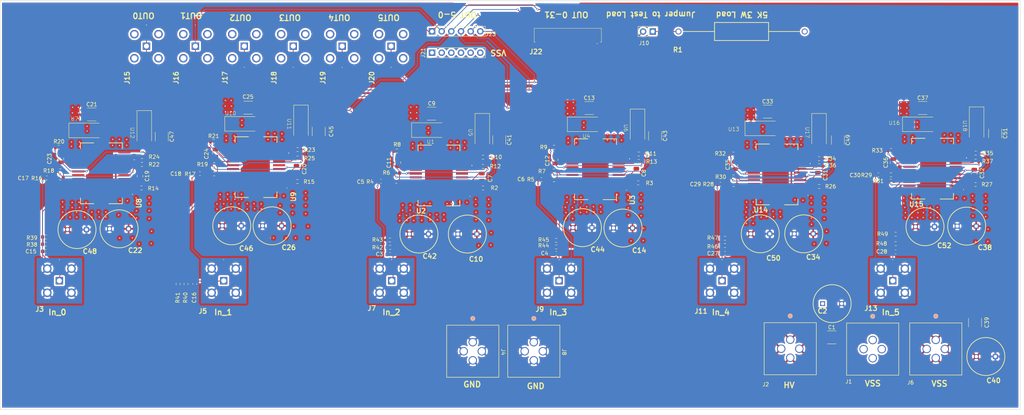
<source format=kicad_pcb>
(kicad_pcb (version 20240108) (generator "pcbnew") (generator_version "8.0")
  (layers (0 "F.Cu" signal) (1 "In1.Cu" power "GND") (2 "In2.Cu" power "C.Cu") (31 "B.Cu" signal) (34 "B.Paste" user) (35 "F.Paste" user) (36 "B.SilkS" user "B.Silkscreen") (37 "F.SilkS" user "F.Silkscreen") (38 "B.Mask" user) (39 "F.Mask" user) (44 "Edge.Cuts" user))
  (net 0 "")
  (net 1 "input_0a")
  (net 2 "input_1a")
  (net 3 "input_0b")
  (net 4 "input_1b")
  (net 5 "input_2a")
  (net 6 "input_2b")
  (net 7 "input_3a")
  (net 8 "input_3b")
  (net 9 "input_4a")
  (net 10 "input_4b")
  (net 11 "Net-(U2A-CC_A_1)")
  (net 12 "input_5a")
  (net 13 "input_5b")
  (net 14 "output_1")
  (net 15 "HV")
  (net 16 "output_0")
  (net 17 "output_2")
  (net 18 "output_3")
  (net 19 "output_4")
  (net 20 "output_5")
  (net 21 "Net-(U3A-CC_A_2)")
  (net 22 "Net-(U3A-CC_A_1)")
  (net 23 "Net-(U2A-CC_A_2)")
  (net 24 "/amp_0/input_0a_lv")
  (net 25 "/amp_0/input_1a_lv")
  (net 26 "/amp_0/input_0b_lv")
  (net 27 "/amp_0/input_1b_lv")
  (net 28 "Net-(U8A-CC_A_1)")
  (net 29 "Net-(U8A-CC_A_2)")
  (net 30 "Net-(U14A-CC_A_2)")
  (net 31 "Net-(U14A-CC_A_1)")
  (net 58 "Net-(U2A-CL_A)")
  (net 59 "Net-(U2A--IN_A)")
  (net 60 "Net-(U8A-CL_A)")
  (net 61 "/amp_0/output_0_mv")
  (net 62 "/amp_0/output_1_mv")
  (net 63 "Net-(U8A--IN_A)")
  (net 64 "/amp_0/output0_mv")
  (net 65 "/amp_0/output1_mv")
  (net 66 "Net-(U14A-CL_A)")
  (net 67 "Net-(U14A--IN_A)")
  (net 71 "Net-(U9A-CC_A_2)")
  (net 72 "Net-(U9A-CC_A_1)")
  (net 73 "Net-(U3A-CL_A)")
  (net 74 "Net-(U3A--IN_A)")
  (net 75 "Net-(U9A-CL_A)")
  (net 76 "Net-(U9A--IN_A)")
  (net 79 "Net-(U15A-CC_A_2)")
  (net 80 "Net-(U15A-CC_A_1)")
  (net 81 "Net-(U15A-CL_A)")
  (net 82 "Net-(U15A--IN_A)")
  (net 84 "Net-(U2B-CC_B_2)")
  (net 85 "Net-(U2B-CC_B_1)")
  (net 86 "Net-(U3B-CC_B_1)")
  (net 87 "Net-(U3B-CC_B_2)")
  (net 88 "Net-(U8B-CC_B_2)")
  (net 89 "Net-(U8B-CC_B_1)")
  (net 90 "Net-(U9B-CC_B_1)")
  (net 91 "Net-(U9B-CC_B_2)")
  (net 92 "Net-(U14B-CC_B_1)")
  (net 93 "Net-(U14B-CC_B_2)")
  (net 94 "Net-(U15B-CC_B_1)")
  (net 95 "Net-(U15B-CC_B_2)")
  (net 96 "Net-(U2B-CL_B)")
  (net 97 "Net-(U3B-CL_B)")
  (net 98 "Net-(U2B--IN_B)")
  (net 99 "Net-(U3B--IN_B)")
  (net 100 "Net-(U8B-CL_B)")
  (net 101 "Net-(U9B-CL_B)")
  (net 102 "Net-(U8B--IN_B)")
  (net 103 "Net-(U9B--IN_B)")
  (net 104 "Net-(U14B-CL_B)")
  (net 105 "Net-(U15B-CL_B)")
  (net 106 "Net-(U14B--IN_B)")
  (net 107 "Net-(U15B--IN_B)")
  (net 108 "/amp_1/input_2a_lv")
  (net 109 "/amp_1/input_3a_lv")
  (net 110 "/amp_1/input_2b_lv")
  (net 111 "/amp_1/input_3b_lv")
  (net 112 "/amp_2/input_4a_lv")
  (net 113 "/amp_2/input_5a_lv")
  (net 114 "/amp_2/input_4b_lv")
  (net 115 "/amp_2/input_5b_lv")
  (net 116 "/amp_1/output2_mv")
  (net 117 "/amp_1/output3_mv")
  (net 118 "/amp_2/output4_mv")
  (net 119 "/amp_2/output5_mv")
  (net 120 "/amp_1/output_2_mv")
  (net 121 "/amp_1/output_3_mv")
  (net 122 "/amp_2/output_4_mv")
  (net 123 "/amp_2/output_5_mv")
  (net 124 "VSS")
  (net 125 "Net-(C3-Pad2)")
  (net 126 "Net-(C4-Pad2)")
  (net 127 "Net-(C15-Pad2)")
  (net 128 "Net-(C16-Pad2)")
  (net 129 "Net-(C27-Pad2)")
  (net 130 "Net-(C28-Pad2)")
  (net 131 "GND")
  (net 132 "Net-(J10-Pin_1)")
  (footprint "Capacitor_SMD:C_0805_2012Metric" (layer "F.Cu") (at 207.264 57.404 -90)
    (property "Reference" "C35")
    (property "Value" "0.2pF, 250V")
  )
  (footprint "Capacitor_SMD:C_1812_4532Metric" (layer "F.Cu") (at 234.3912 50.6984 -90)
    (property "Reference" "C49")
    (property "Value" "0.1u, 500V")
  )
  (footprint "726_footprints:banana_plug_CT3151V1-0" (layer "F.Cu") (at 154.3812 103.9241 -90)
    (property "Reference" "J8")
    (property "Value" "CT3151V1-0")
  )
  (footprint "Resistor_SMD:R_0603_1608Metric" (layer "F.Cu") (at 116.5352 77.0128)
    (property "Reference" "R43")
    (property "Value" "100")
  )
  (footprint "Resistor_SMD:R_0603_1608Metric" (layer "F.Cu") (at 92.2528 53.194157)
    (property "Reference" "R23")
    (property "Value" "10")
  )
  (footprint "726_footprints:SMCJ150A-13-F" (layer "F.Cu") (at 225.8434 48.6839 -90)
    (property "Reference" "U17")
    (property "Value" "SMCJ150A")
  )
  (footprint "726_footprints:EEU-EB2G100" (layer "F.Cu") (at 47.7774 74.0664 180)
    (property "Reference" "C22")
    (property "Value" "EEU-EB2G100" (hide yes))
  )
  (footprint "Capacitor_SMD:C_1812_4532Metric" (layer "F.Cu") (at 186.2836 49.5808 -90)
    (property "Reference" "C43")
    (property "Value" "0.1u, 500V")
  )
  (footprint "Resistor_SMD:R_0603_1608Metric" (layer "F.Cu") (at 229.4382 57.4548 180)
    (property "Reference" "R36")
    (property "Value" "70.7")
  )
  (footprint "726_footprints:EEU-EB2G100" (layer "F.Cu") (at 139.398469 75.438 180)
    (property "Reference" "C10")
    (property "Value" "EEU-EB2G100" (hide yes))
  )
  (footprint "Resistor_SMD:R_0603_1608Metric" (layer "F.Cu") (at 229.4636 62.9158)
    (property "Reference" "R26")
    (property "Value" "22.6")
  )
  (footprint "Capacitor_SMD:C_0805_2012Metric" (layer "F.Cu") (at 118.618 56.642 -90)
    (property "Reference" "C11")
    (property "Value" "0.2pF, 250V")
  )
  (footprint "Capacitor_SMD:C_0603_1608Metric" (layer "F.Cu") (at 25.971 80.01)
    (property "Reference" "C15")
    (property "Value" "0.1u, 10V")
  )
  (footprint "Resistor_SMD:R_0603_1608Metric" (layer "F.Cu") (at 70.3072 59.594957 180)
    (property "Reference" "R17")
    (property "Value" "10")
  )
  (footprint "Resistor_SMD:R_0603_1608Metric" (layer "F.Cu") (at 159.702072 61.137291 180)
    (property "Reference" "R5")
    (property "Value" "10")
  )
  (footprint "Capacitor_SMD:C_1812_4532Metric" (layer "F.Cu") (at 215.9 43.18)
    (property "Reference" "C33")
    (property "Value" "0.1u, 500V")
  )
  (footprint "Resistor_SMD:R_0603_1608Metric" (layer "F.Cu") (at 248.3358 59.8424 180)
    (property "Reference" "R29")
    (property "Value" "10")
  )
  (footprint "726_footprints:EEU-EB2G100" (layer "F.Cu") (at 230.3672 93.7768)
    (property "Reference" "C2")
    (property "Value" "EEU-EB2G100" (hide yes))
  )
  (footprint "726_footprints:SMCJ150A-13-F" (layer "F.Cu") (at 78.084 50.007157)
    (property "Reference" "U10")
    (property "Value" "SMCJ150A")
  )
  (footprint "726_footprints:112404" (layer "F.Cu") (at 248.8184 87.7316 -90)
    (property "Reference" "J13")
    (property "Value" "SMA_RF2-04A-T-00-50-G" (hide yes))
  )
  (footprint "Resistor_SMD:R_0603_1608Metric" (layer "F.Cu") (at 270.6116 56.261 180)
    (property "Reference" "R37")
    (property "Value" "70.7")
  )
  (footprint "Capacitor_SMD:C_1812_4532Metric" (layer "F.Cu") (at 127.508 43.712891)
    (property "Reference" "C9")
    (property "Value" "0.1u, 500V")
  )
  (footprint "Resistor_SMD:R_0603_1608Metric" (layer "F.Cu") (at 206.9338 60.3758)
    (property "Reference" "R30")
    (property "Value" "70.7")
  )
  (footprint "726_footprints:PA341DF" (layer "F.Cu") (at 40.6146 59.442557 90)
    (property "Reference" "U8")
    (property "Value" "PA343" (hide yes))
  )
  (footprint "Resistor_SMD:R_0603_1608Metric" (layer "F.Cu") (at 29.3624 52.578 180)
    (property "Reference" "R20")
    (property "Value" "22.6")
  )
  (footprint "Capacitor_SMD:C_0805_2012Metric" (layer "F.Cu") (at 50.8 60.198 90)
    (property "Reference" "C19")
    (property "Value" "0.75pF, 250V")
  )
  (footprint "Resistor_SMD:R_0603_1608Metric" (layer "F.Cu") (at 159.651272 58.851291)
    (property "Reference" "R7")
    (property "Value" "70.7")
  )
  (footprint "726_footprints:banana_plug_CT3151V1-0" (layer "F.Cu") (at 138.3284 103.9241 -90)
    (property "Reference" "J4")
    (property "Value" "CT3151V1-0")
  )
  (footprint "726_footprints:banana_plug_CT3151V1-0" (layer "F.Cu") (at 221.8436 103.2637 -90)
    (property "Reference" "J2")
    (property "Value" "CT3151V1-2")
  )
  (footprint "Capacitor_SMD:C_0805_2012Metric" (layer "F.Cu") (at 70.612 54.102 -90)
    (property "Reference" "C24")
    (property "Value" "0.2pF, 250V")
  )
  (footprint "Capacitor_SMD:C_0805_2012Metric" (layer "F.Cu") (at 91.948 58.42 90)
    (property "Reference" "C20")
    (property "Value" "0.75pF, 250V")
  )
  (footprint "Capacitor_SMD:C_0603_1608Metric" (layer "F.Cu") (at 26.2636 60.636357)
    (property "Reference" "C17")
    (property "Value" "0.1u, 10V")
  )
  (footprint "Resistor_SMD:R_0603_1608Metric" (layer "F.Cu") (at 229.4382 55.6006)
    (property "Reference" "R34")
    (property "Value" "10")
  )
  (footprint "Connector_PinHeader_2.54mm:PinHeader_1x06_P2.54mm_Vertical" (layer "F.Cu") (at 127.6096 22.0472 90)
    (property "Reference" "J23")
    (property "Value" "Conn_01x06_Pin")
  )
  (footprint "726_footprints:SMCJ150A-13-F" (layer "F.Cu") (at 37.0761 51.734357)
    (property "Reference" "U7")
    (property "Value" "SMCJ150A")
  )
  (footprint "726_footprints:112404" (layer "F.Cu") (at 72.7964 87.7316 -90)
    (property "Reference" "J5")
    (property "Value" "SMA_RF2-04A-T-00-50-G" (hide yes))
  )
  (footprint "Resistor_SMD:R_0603_1608Metric" (layer "F.Cu") (at 25.971 76.2 180)
    (property "Reference" "R39")
    (property "Value" "100")
  )
  (footprint "726_footprints:112404" (layer "F.Cu") (at 203.9112 87.7316 -90)
    (property "Reference" "J11")
    (property "Value" "SMA_RF2-04A-T-00-50-G" (hide yes))
  )
  (footprint "Resistor_SMD:R_0603_1608Metric" (layer "F.Cu") (at 29.7688 60.712557 180)
    (property "Reference" "R16")
    (property "Value" "10")
  )
  (footprint "Capacitor_SMD:C_0603_1608Metric" (layer "F.Cu") (at 249.5804 80.1116)
    (property "Reference" "C28")
    (property "Value" "0.1u, 10V")
  )
  (footprint "Capacitor_SMD:C_1812_4532Metric" (layer "F.Cu") (at 56.515 49.784 -90)
    (property "Reference" "C47")
    (property "Value" "0.1u, 500V")
  )
  (footprint "Resistor_SMD:R_0603_1608Metric" (layer "F.Cu") (at 141.033072 63.296291)
    (property "Reference" "R2")
    (property "Value" "22.6")
  )
  (footprint "Capacitor_SMD:C_0603_1608Metric" (layer "F.Cu") (at 65.1764 88.5952 -90)
    (property "Reference" "C16")
    (property "Value" "0.1u, 10V")
  )
  (footprint "Resistor_SMD:R_0603_1608Metric" (layer "F.Cu") (at 51.308 55.048357 180)
    (property "Reference" "R24")
    (property "Value" "70.7")
  )
  (footprint "Capacitor_SMD:C_0805_2012Metric" (layer "F.Cu") (at 248.92 56.642 -90)
    (property "Reference" "C36")
    (property "Value" "0.2pF, 250V")
  )
  (footprint "Capacitor_SMD:C_0805_2012Metric" (layer "F.Cu") (at 270.256 59.436 90)
    (property "Reference" "C32")
    (property "Value" "0.75pF, 250V")
  )
  (footprint "726_footprints:PA341DF" (layer "F.Cu") (at 170.612909 58.368182 90)
    (property "Reference" "U3")
    (property "Value" "PA343" (hide yes))
  )
  (footprint "Capacitor_SMD:C_1812_4532Metric" (layer "F.Cu") (at 38.1 43.942)
    (property "Reference" "C21")
    (property "Value" "0.1u, 500V")
  )
  (footprint "726_footprints:112404" (layer "F.Cu") (at 161.036 87.7316 -90)
    (property "Reference" "J9")
    (property "Value" "SMA_RF2-04A-T-00-50-G" (hide yes))
  )
  (footprint "726_footprints:SMCJ150A-13-F" (layer "F.Cu") (at 214.9449 51.1944)
    (property "Reference" "U13")
    (property "Value" "SMCJ150A")
  )
  (footprint "726_footprints:PA341DF" (layer "F.Cu") (at 81.3054 57.816957 90)
    (property "Reference" "U9")
    (property "Value" "PA343" (hide yes))
  )
  (footprint "Capacitor_SMD:C_0603_1608Metric" (layer "F.Cu") (at 203.454 62.3316)
    (property "Reference" "C29")
    (property "Value" "0.1u, 10V")
  )
  (footprint "726_footprints:PA341DF" (layer "F.Cu") (at 218.3638 59.7408 90)
    (property "Reference" "U14")
    (property "Value" "PA343" (hide yes))
  )
  (footprint "Resistor_SMD:R_0603_1608Metric" (layer "F.Cu") (at 140.982272 57.632091 180)
    (property "Reference" "R12")
    (property "Value" "70.7")
  )
  (footprint "Resistor_SMD:R_0603_1608Metric" (layer "F.Cu") (at 118.198472 61.543691 180)
    (property "Reference" "R4")
    (property "Value" "10")
  )
  (footprint "Capacitor_SMD:C_0805_2012Metric" (layer "F.Cu") (at 229.108 60.2234 90)
    (property "Reference" "C31")
    (property "Value" "0.75pF, 250V")
  )
  (footprint "Resistor_SMD:R_0603_1608Metric" (layer "F.Cu") (at 181.850872 61.950091)
    (property "Reference" "R3")
    (property "Value" "22.6")
  )
  (footprint "Capacitor_SMD:C_0603_1608Metric" (layer "F.Cu") (at 156.4132 61.1124)
    (property "Reference" "C6")
    (property "Value" "0.1u, 10V")
  )
  (footprint "Resistor_SMD:R_0603_1608Metric" (layer "F.Cu") (at 25.971 78.1304)
    (property "Reference" "R38")
    (property "Value" "10")
  )
  (footprint "726_footprints:PA341DF" (layer "F.Cu") (at 259.2832 58.2168 90)
    (property "Reference" "U15")
    (property "Value" "PA343" (hide yes))
  )
  (footprint "Capacitor_SMD:C_0603_1608Metric" (layer "F.Cu") (at 245.0592 59.8424)
    (property "Reference" "C30")
    (property "Value" "0.1u, 10V")
  )
  (footprint "Resistor_SMD:R_0603_1608Metric" (layer "F.Cu") (at 181.977872 56.311291 180)
    (property "Reference" "R13")
    (property "Value" "70.7")
  )
  (footprint "Capacitor_SMD:C_1812_4532Metric" (layer "F.Cu") (at 97.79 48.4378 -90)
    (property "Reference" "C45")
    (property "Value" "0.1u, 500V")
  )
  (footprint "Resistor_SMD:R_0603_1608Metric" (layer "F.Cu") (at 29.8196 58.782157)
    (property "Reference" "R18")
    (property "Value" "70.7")
  )
  (footprint "Resistor_SMD:R_0603_1608Metric" (layer "F.Cu") (at 248.3612 53.4162 180)
    (property "Reference" "R33")
    (property "Value" "22.6")
  )
  (footprint "Capacitor_SMD:C_1812_4532Metric" (layer "F.Cu") (at 232.7656 102.6668)
    (property "Reference" "C1")
    (property "Value" "0.1u, 500V")
  )
  (footprint "Resistor_SMD:R_0603_1608Metric" (layer "F.Cu") (at 249.5804 75.4888 180)
    (property "Reference" "R49")
    (property "Value" "100")
  )
  (footprint "Connector_PinHeader_2.54mm:PinHeader_1x02_P2.54mm_Vertical" (layer "F.Cu") (at 185.679 22.098 -90)
    (property "Reference" "J10")
    (property "Value" "Conn_01x02_Pin")
  )
  (footprint "Capacitor_SMD:C_0603_1608Metric" (layer "F.Cu") (at 116.586 80.8228 180)
    (property "Reference" "C3")
    (property "Value" "0.1u, 10V")
  )
  (footprint "Resistor_SMD:R_0603_1608Metric" (layer "F.Cu") (at 60.8076 88.5952 90)
    (property "Reference" "R41")
    (property "Value" "100")
  )
  (footprint "726_footprints:112404" (layer "F.Cu") (at 91.09456 25.9588 90)
    (property "Reference" "J18")
    (property "Value" "SMA_RF2-04A-T-00-50-G" (hide yes))
  )
  (footprint "726_footprints:SMCJ150A-13-F" (layer "F.Cu") (at 137.2482 48.6839 -90)
    (property "Reference" "U5")
    (property "Value" "SMCJ150A")
  )
  (footprint "726_footprints:SMCJ150A-13-F" (layer "F.Cu") (at 256.3797 50.1276)
    (property "Reference" "U16")
    (property "Value" "SMCJ150A")
  )
  (footprint "Resistor_SMD:R_0603_1608Metric" (layer "F.Cu") (at 62.8904 88.5952 -90)
    (property "Reference" "R40")
    (property "Value" "10")
  )
  (footprint "Resistor_SMD:R_0603_1608Metric" (layer "F.Cu") (at 159.702072 52.578 180)
    (property "Reference" "R9")
    (property "Value" "22.6")
  )
  (footprint "Capacitor_SMD:C_0603_1608Metric" (layer "F.Cu") (at 160.274 80.5688 180)
    (property "Reference" "C4")
    (property "Value" "0.1u, 10V")
  )
  (footprint "726_footprints:112404" (layer "F.Cu") (at 52.4764 25.9588 -90)
    (property "Reference" "J15")
    (property "Value" "SMA_RF2-04A-T-00-50-G" (hide yes))
  )
  (footprint "Resistor_SMD:R_0603_1608Metric" (layer "F.Cu") (at 70.1548 51.054 180)
    (property "Reference" "R21")
    (property "Value" "22.6")
  )
  (footprint "726_footprints:112404" (layer "F.Cu") (at 78.22184 25.9588 90)
    (property "Reference" "J17")
    (property "Value" "SMA_RF2-04A-T-00-50-G" (hide yes))
  )
  (footprint "Capacitor_SMD:C_1812_4532Metric" (layer "F.Cu") (at 270.4592 98.7552 90)
    (property "Reference" "C39")
    (property "Value" "0.1u, 500V")
  )
  (footprint "Resistor_SMD:R_0603_1608Metric" (layer "F.Cu") (at 51.1556 63.277957)
    (property "Reference" "R14")
    (property "Value" "22.6")
  )
  (footprint "Capacitor_SMD:C_1812_4532Metric" (layer "F.Cu") (at 168.958835 42.2402)
    (property "Reference" "C13")
    (property "Value" "0.1u, 500V")
  )
  (footprint "Capacitor_SMD:C_0603_1608Metric" (layer "F.Cu") (at 114.159872 61.543691)
    (property "Reference" "C5")
    (property "Value" "0.1u, 10V")
  )
  (footprint "Capacitor_SMD:C_0805_2012Metric" (layer "F.Cu") (at 140.716 60.452 90)
    (property "Reference" "C7")
    (property "Value" "0.75pF, 250V")
  )
  (footprint "Connector_PinHeader_2.54mm:PinHeader_1x06_P2.54mm_Vertical" (layer "F.Cu") (at 127.6096 27.686 90)
    (property "Reference" "J21")
    (property "Value" "Conn_01x06_Pin")
  )
  (footprint "726_footprints:banana_plug_CT3151V1-0" (layer "F.Cu") (at 260.1341 103.3272 -90)
    (property "Reference" "J6")
    (property "Value" "CT3151V1-0")
  )
  (footprint "726_footprints:SMCJ150A-13-F" (layer "F.Cu") (at 127.232972 51.651091)
    (property "Reference" "U1")
    (property "Value" "SMCJ150A")
  )
  (footprint "Resistor_SMD:R_0603_1608Metric" (layer "F.Cu") (at 206.9084 54.3814 180)
    (property "Reference" "R32")
    (property "Value" "22.6")
  )
  (footprint "726_footprints:112404" (layer "F.Cu") (at 116.9924 87.7316 -90)
    (property "Reference" "J7")
    (property "Value" "SMA_RF2-04A-T-00-50-G" (hide yes))
  )
  (footprint "Resistor_SMD:R_0603_1608Metric" (layer "F.Cu") (at 248.3104 61.5188)
    (property "Reference" "R31")
    (property "Value" "70.7")
  )
  (footprint "726_footprints:EEU-EB2G100" (layer "F.Cu") (at 216.4588 75.3872 180)
    (property "Reference" "C50")
    (property "Value" "EEU-EB2G100" (hide yes))
  )
  (footprint "Capacitor_SMD:C_0805_2012Metric" (layer "F.Cu") (at 181.356 59.182 90)
    (property "Reference" "C8")
    (property "Value" "0.75pF, 250V")
  )
  (footprint "Resistor_SMD:R_0603_1608Metric" (layer "F.Cu") (at 51.2826 57.105757)
    (property "Reference" "R22")
    (property "Value" "10")
  )
  (footprint "Capacitor_SMD:C_1812_4532Metric" (layer "F.Cu") (at 79.248 42.164)
    (property "Reference" "C25")
    (property "Value" "0.1u, 500V")
  )
  (footprint "726_footprints:EEU-EB2G100" (layer "F.Cu") (at 169.672 73.7616 180)
    (property "Reference" "C44")
    (property "Value" "EEU-EB2G100" (hide yes))
  )
  (footprint "726_footprints:SMCJ150A-13-F" (layer "F.Cu") (at 267.2962 46.9567 -90)
    (property "Reference" "U18")
    (property "Value" "SMCJ150A")
  )
  (footprint "Resistor_SMD:R_0603_1608Metric" (layer "F.Cu") (at 249.5804 77.978)
    (property "Reference" "R48")
    (property "Value" "10")
  )
  (footprint "Resistor_SMD:R_0603_1608Metric" (layer "F.Cu") (at 160.274 78.8416 180)
    (property "Reference" "R44")
    (property "Value" "10")
  )
  (footprint "Resistor_SMD:R_0603_1608Metric" (layer "F.Cu") (at 270.637 54.102)
    (property "Reference" "R35")
    (property "Value" "10")
  )
  (footprint "Capacitor_SMD:C_1812_4532Metric" (layer "F.Cu") (at 256.6924 42.2402)
    (property "Reference" "C37")
    (property "Value" "0.1u, 500V")
  )
  (footprint "Resistor_SMD:R_0603_1608Metric" (layer "F.Cu") (at 206.9846 62.3824 180)
    (property "Reference" "R28")
    (property "Value" "10")
  )
  (footprint "726_footprints:112404" (layer "F.Cu") (at 116.84 25.9588 90)
    (property "Reference" "J20")
    (property "Value" "SMA_RF2-04A-T-00-50-G" (hide yes))
  )
  (footprint "726_footprints:SMCJ150A-13-F" (layer "F.Cu") (at 48.3228 47.9219 -90)
    (property "Reference" "U12")
    (property "Value" "SMCJ150A")
  )
  (footprint "726_footprints:EEU-EB2G100" (layer "F.Cu") (at 259.7912 73.5076 180)
    (property "Reference" "C52")
    (property "Value" "EEU-EB2G100" (hide yes))
  )
  (footprint "726_footprints:RESAD3322W86L1422D475" (layer "F.Cu") (at 192.4425 22.098)
    (property "Reference" "R1")
    (property "Value" "5k, 3W" (hide yes))
  )
  (footprint "Capacitor_SMD:C_0805_2012Metric" (layer "F.Cu") (at 29.972 55.626 -90)
    (property "Reference" "C23")
    (property "Value" "0.2pF, 250V")
  )
  (footprint "726_footprints:112404" (layer "F.Cu") (at 103.96728 25.9588 90)
    (property "Reference" "J19")
    (property "Value" "SMA_RF2-04A-T-00-50-G" (hide yes))
  )
  (footprint "726_footprints:EEU-EB2G100" (layer "F.Cu") (at 36.703 74.2696 180)
    (property "Reference" "C48")
    (property "Value" "EEU-EB2G100" (hide yes))
  )
  (footprint "726_footprints:EEU-EB2G100" (layer "F.Cu") (at 275.804 107.696 180)
    (property "Reference" "C40")
    (property "Value" "EEU-EB2G100" (hide yes))
  )
  (footprint "726_footprints:SMCJ150A-13-F" (layer "F.Cu") (at 168.214335 50.1276)
    (property "Reference" "U4")
    (property "Value" "SMCJ150A")
  )
  (footprint "726_footprints:banana_plug_CT3151V1-0" (layer "F.Cu") (at 243.5352 103.3653 -90)
    (property "Reference" "J1")
    (property "Value" "CT3151V1-0")
  )
  (footprint "726_footprints:EEU-EB2G100" (layer "F.Cu") (at 270.764 73.3552 180)
    (property "Reference" "C38")
    (property "Value" "EEU-EB2G100" (hide yes))
  )
  (footprint "Resistor_SMD:R_0603_1608Metric" (layer "F.Cu") (at 270.6128 62.3882)
    (property "Reference" "R27")
    (property "Value" "22.6")
  )
  (footprint "Resistor_SMD:R_0603_1608Metric" (layer "F.Cu") (at 92.202 61.601557)
    (property "Reference" "R15")
    (property "Value" "22.6")
  )
  (footprint "Resistor_SMD:R_0603_1608Metric" (layer "F.Cu") (at 204.6732 78.486)
    (property "Reference" "R46")
    (property "Value" "10")
  )
  (footprint "726_footprints:112404" (layer "F.Cu") (at 65.34912 25.9588 -90)
    (property "Reference" "J16")
    (property "Value" "SMA_RF2-04A-T-00-50-G" (hide yes))
  )
  (footprint "Capacitor_SMD:C_0603_1608Metric" (layer "F.Cu") (at 66.548 59.518757)
    (property "Reference" "C18")
    (property "Value" "0.1u, 10V")
  )
  (footprint "726_footprints:Molex_5034803200" (layer "F.Cu") (at 163.322 23.2972 180)
    (property "Reference" "J22")
    (property "Value" "503480-3200" (hide yes))
  )
  (footprint "Resistor_SMD:R_0603_1608Metric" (layer "F.Cu") (at 118.364 53.594 180)
    (property "Reference" "R8")
    (property "Value" "22.6")
  )
  (footprint "726_footprints:PA341DF" (layer "F.Cu") (at 129.425272 60.019691 90)
    (property "Reference" "U2")
    (property "Value" "PA343" (hide yes))
  )
  (footprint "Resistor_SMD:R_0603_1608Metric" (layer "F.Cu") (at 118.223872 59.384691)
    (property "Reference" "R6")
    (property "Value" "70.7")
  )
  (footprint "726_footprints:EEU-EB2G100" (layer "F.Cu") (at 227.8996 75.3872 180)
    (property "Reference" "C34")
    (property "Value" "EEU-EB2G100" (hide yes))
  )
  (footprint "726_footprints:EEU-EB2G100" (layer "F.Cu") (at 77.4192 73.279 180)
    (property "Reference" "C46")
    (property "Value" "EEU-EB2G100" (hide yes))
  )
  (footprint "726_footprints:SMCJ150A-13-F" (layer "F.Cu") (at 89.547 46.4741 -90)
    (property "Reference" "U11")
    (property "Value" "SMCJ150A")
  )
  (footprint "726_footprints:EEU-EB2G100" (layer "F.Cu") (at 88.0364 73.279 180)
    (property "Reference" "C26")
    (property "Value" "EEU-EB2G100" (hide yes))
  )
  (footprint "Capacitor_SMD:C_0603_1608Metric" (layer "F.Cu") (at 204.6732 80.518)
    (property "Reference" "C27")
    (property "Value" "0.1u, 10V")
  )
  (footprint "Resistor_SMD:R_0603_1608Metric" (layer "F.Cu") (at 92.2274 55.429357 180)
    (property "Reference" "R25")
    (property "Value" "70.7")
  )
  (footprint "Capacitor_SMD:C_1812_4532Metric" (layer "F.Cu") (at 275.7424 48.9204 -90)
    (property "Reference" "C51")
    (property "Value" "0.1u, 500V")
  )
  (footprint "Capacitor_SMD:C_1812_4532Metric" (layer "F.Cu") (at 145.288 50.6476 -90)
    (property "Reference" "C41")
    (property "Value" "0.1u, 500V")
  )
  (footprint "Capacitor_SMD:C_0805_2012Metric" (layer "F.Cu") (at 160.02 55.88 -90)
    (property "Reference" "C12")
    (property "Value" "0.2pF, 250V")
  )
  (footprint "Resistor_SMD:R_0603_1608Metric" (layer "F.Cu") (at 160.274 77.1144)
    (property "Reference" "R45")
    (property "Value" "100")
  )
  (footprint "Resistor_SMD:R_0603_1608Metric" (layer "F.Cu") (at 116.586 78.9432 180)
    (property "Reference" "R42")
    (property "Value" "10")
  )
  (footprint "Resistor_SMD:R_0603_1608Metric" (layer "F.Cu") (at 204.6732 76.5556 180)
    (property "Reference" "R47")
    (property "Value" "100")
  )
  (footprint "Resistor_SMD:R_0603_1608Metric" (layer "F.Cu") (at 141.007672 55.193691)
    (property "Reference" "R10")
    (property "Value" "10")
  )
  (footprint "726_footprints:EEU-EB2G100" (layer "F.Cu") (at 180.3508 73.8632 180)
    (property "Reference" "C14")
    (property "Value" "EEU-EB2G100" (hide yes))
  )
  (footprint "726_footprints:EEU-EB2G100" (layer "F.Cu") (at 126.6552 75.438 180)
    (property "Reference" "C42")
    (property "Value" "EEU-EB2G100" (hide yes))
  )
  (footprint "726_footprints:112404" (layer "F.Cu") (at 29.5711 87.7316 -90)
    (property "Reference" "J3")
    (property "Value" "SMA_RF2-04A-T-00-50-G" (hide yes))
  )
  (footprint "726_footprints:SMCJ150A-13-F" (layer "F.Cu") (at 178.0914 47.5155 -90)
    (property "Reference" "U6")
    (property "Value" "SMCJ150A")
  )
  (footprint "Resistor_SMD:R_0603_1608Metric" (layer "F.Cu") (at 182.003272 54.355491)
    (property "Reference" "R11")
    (property "Value" "10")
  )
  (footprint "Resistor_SMD:R_0603_1608Metric" (layer "F.Cu") (at 70.3326 57.15)
    (property "Reference" "R19")
    (property "Value" "70.7")
  )
  (gr_rect (start 14 14) (end 282.3372 121.6512) (stroke (width 0.1)) (fill none) (layer "Edge.Cuts"))
  (gr_text "GND" (at 135.6868 115.9256 0) (layer "F.SilkS") (effects (font (size 1.5 1.5) (thickness 0.3) (bold yes)) (justify left bottom)))
  (gr_text "VSS" (at 258.826 115.7224 0) (layer "F.SilkS") (effects (font (size 1.5 1.5) (thickness 0.3) (bold yes)) (justify left bottom)))
  (gr_text "GND" (at 152.4 116.3828 0) (layer "F.SilkS") (effects (font (size 1.5 1.5) (thickness 0.3) (bold yes)) (justify left bottom)))
  (gr_text "OUT 0-31" (at 168.91 16.764 180) (layer "F.SilkS") (effects (font (size 1.5 1.5) (thickness 0.3) (bold yes)) (justify left bottom)))
  (gr_text "5K 3W Load" (at 216.154 16.764 180) (layer "F.SilkS") (effects (font (size 1.5 1.5) (thickness 0.3) (bold yes)) (justify left bottom)))
  (gr_text "In_1" (at 70.1548 96.9264 0) (layer "F.SilkS") (effects (font (size 1.5 1.5) (thickness 0.3) (bold yes)) (justify left bottom)))
  (gr_text "VSS" (at 241.3 115.6716 0) (layer "F.SilkS") (effects (font (size 1.5 1.5) (thickness 0.3) (bold yes)) (justify left bottom)))
  (gr_text "OUT2" (at 80.2688 17.516 180) (layer "F.SilkS") (effects (font (size 1.5 1.5) (thickness 0.3) (bold yes)) (justify left bottom)))
  (gr_text "OUT 5-0" (at 139.5188 16.764 180) (layer "F.SilkS") (effects (font (size 1.5 1.5) (thickness 0.3) (bold yes)) (justify left bottom)))
  (gr_text "OUT3" (at 93.2688 17.516 180) (layer "F.SilkS") (effects (font (size 1.5 1.5) (thickness 0.3) (bold yes)) (justify left bottom)))
  (gr_text "In_3" (at 158.2928 96.9264 0) (layer "F.SilkS") (effects (font (size 1.5 1.5) (thickness 0.3) (bold yes)) (justify left bottom)))
  (gr_text "VSS" (at 147.32 26.8224 180) (layer "F.SilkS") (effects (font (size 1.5 1.5) (thickness 0.3) (bold yes)) (justify left bottom)))
  (gr_text "In_2" (at 114.4016 96.9264 0) (layer "F.SilkS") (effects (font (size 1.5 1.5) (thickness 0.3) (bold yes)) (justify left bottom)))
  (gr_text "In_4" (at 201.0664 96.9264 0) (layer "F.SilkS") (effects (font (size 1.5 1.5) (thickness 0.3) (bold yes)) (justify left bottom)))
  (gr_text "In_5" (at 245.7704 96.9264 0) (layer "F.SilkS") (effects (font (size 1.5 1.5) (thickness 0.3) (bold yes)) (justify left bottom)))
  (gr_text "OUT1" (at 67.2688 17.016 180) (layer "F.SilkS") (effects (font (size 1.5 1.5) (thickness 0.3) (bold yes)) (justify left bottom)))
  (gr_text "HV" (at 219.9132 116.1288 0) (layer "F.SilkS") (effects (font (size 1.5 1.5) (thickness 0.3) (bold yes)) (justify left bottom)))
  (gr_text "Jumper to Test Load" (at 197.104 16.764 180) (layer "F.SilkS") (effects (font (size 1.5 1.5) (thickness 0.3) (bold yes)) (justify left bottom)))
  (gr_text "OUT0" (at 54.7688 17.016 180) (layer "F.SilkS") (effects (font (size 1.5 1.5) (thickness 0.3) (bold yes)) (justify left bottom)))
  (gr_text "OUT4" (at 106.2688 17.516 180) (layer "F.SilkS") (effects (font (size 1.5 1.5) (thickness 0.3) (bold yes)) (justify left bottom)))
  (gr_text "OUT5" (at 119.2688 17.516 180) (layer "F.SilkS") (effects (font (size 1.5 1.5) (thickness 0.3) (bold yes)) (justify left bottom)))
  (gr_text "In_0" (at 26.5176 96.9264 0) (layer "F.SilkS") (effects (font (size 1.5 1.5) (thickness 0.3) (bold yes)) (justify left bottom)))
  (segment (start 29.5711 87.7316) (end 29.5711 87.6245) (width 0.2032) (layer "F.Cu") (net 1))
  (segment (start 29.5711 87.6245) (end 29.6672 87.5284) (width 0.2032) (layer "F.Cu") (net 1))
  (segment (start 29.6672 87.5284) (end 29.6672 85.4202) (width 0.2032) (layer "F.Cu") (net 1))
  (segment (start 25.196 80.949) (end 25.196 80.01) (width 0.2032) (layer "F.Cu") (net 1))
  (segment (start 29.6672 85.4202) (end 25.196 80.949) (width 0.2032) (layer "F.Cu") (net 1))
  (segment (start 71.8442 87.8202) (end 65.1764 87.8202) (width 0.2032) (layer "F.Cu") (net 2))
  (segment (start 71.9328 87.7316) (end 71.8442 87.8202) (width 0.2032) (layer "F.Cu") (net 2))
  (segment (start 72.7964 87.7316) (end 71.9328 87.7316) (width 0.2032) (layer "F.Cu") (net 2))
  (segment (start 25.146 60.978957) (end 25.4886 60.636357) (width 0.2032) (layer "F.Cu") (net 3))
  (segment (start 25.146 61.468) (end 25.146 60.978957) (width 0.2032) (layer "F.Cu") (net 3))
  (via (at 25.146 61.468) (size 0.508) (drill 0.254) (layers "F.Cu" "B.Cu") (net 3))
  (segment (start 25.146 61.468) (end 25.146 83.0978) (width 0.2032) (layer "B.Cu") (net 3))
  (segment (start 25.146 83.0978) (end 26.3961 84.3479) (width 0.2032) (layer "B.Cu") (net 3))
  (segment (start 26.3961 84.3479) (end 26.3961 84.5566) (width 0.2032) (layer "B.Cu") (net 3))
  (segment (start 64.4652 60.706) (end 65.652443 59.518757) (width 0.2032) (layer "F.Cu") (net 4))
  (segment (start 65.652443 59.518757) (end 65.773 59.518757) (width 0.2032) (layer "F.Cu") (net 4))
  (via (at 64.4652 60.706) (size 0.508) (drill 0.254) (layers "F.Cu" "B.Cu") (net 4))
  (segment (start 69.5198 90.9066) (end 69.3928 90.7796) (width 0.2032) (layer "B.Cu") (net 4))
  (segment (start 69.6214 90.9066) (end 69.5198 90.9066) (width 0.2032) (layer "B.Cu") (net 4))
  (segment (start 69.5706 84.5566) (end 69.6214 84.5566) (width 0.2032) (layer "B.Cu") (net 4))
  (segment (start 64.4652 60.706) (end 64.4652 79.4512) (width 0.2032) (layer "B.Cu") (net 4))
  (segment (start 64.4652 79.4512) (end 69.5706 84.5566) (width 0.2032) (layer "B.Cu") (net 4))
  (segment (start 117.361 87.363) (end 117.361 80.8228) (width 0.2032) (layer "F.Cu") (net 5))
  (segment (start 116.9924 87.7316) (end 117.361 87.363) (width 0.2032) (layer "F.Cu") (net 5))
  (segment (start 113.284 62.8904) (end 113.384872 62.789528) (width 0.2032) (layer "F.Cu") (net 6))
  (segment (start 113.384872 62.789528) (end 113.384872 61.543691) (width 0.2032) (layer "F.Cu") (net 6))
  (segment (start 113.2332 62.8904) (end 113.284 62.8904) (width 0.2032) (layer "F.Cu") (net 6))
  (via (at 113.2332 62.8904) (size 0.508) (drill 0.254) (layers "F.Cu" "B.Cu") (net 6))
  (segment (start 113.2332 71.973643) (end 113.2332 62.8904) (width 0.2032) (layer "B.Cu") (net 6))
  (segment (start 113.2332 71.973643) (end 114.9424 73.682843) (width 0.2032) (layer "B.Cu") (net 6))
  (segment (start 114.9424 83.4316) (end 113.8174 84.5566) (width 0.2032) (layer "B.Cu") (net 6))
  (segment (start 114.9424 73.682843) (end 114.9424 83.4316) (width 0.2032) (layer "B.Cu") (net 6))
  (segment (start 161.049 87.7186) (end 161.049 80.5688) (width 0.2032) (layer "F.Cu") (net 7))
  (segment (start 161.036 87.7316) (end 161.049 87.7186) (width 0.2032) (layer "F.Cu") (net 7))
  (segment (start 155.4988 62.1284) (end 155.4988 61.2518) (width 0.2032) (layer "F.Cu") (net 8))
  (segment (start 155.4988 61.2518) (end 155.6382 61.1124) (width 0.2032) (layer "F.Cu") (net 8))
  (via (at 155.4988 62.1284) (size 0.508) (drill 0.254) (layers "F.Cu" "B.Cu") (net 8))
  (segment (start 155.4988 62.1284) (end 155.4988 67.564) (width 0.2032) (layer "B.Cu") (net 8))
  (segment (start 155.4988 62.1284) (end 155.4988 61.976) (width 0.2032) (layer "B.Cu") (net 8))
  (segment (start 155.4988 67.564) (end 164.211 76.2762) (width 0.2032) (layer "B.Cu") (net 8))
  (segment (start 164.211 76.2762) (end 164.211 84.5566) (width 0.2032) (layer "B.Cu") (net 8))
  (segment (start 203.9112 87.7316) (end 203.8982 87.7186) (width 0.2032) (layer "F.Cu") (net 9))
  (segment (start 203.8982 87.7186) (end 203.8982 80.518) (width 0.2032) (layer "F.Cu") (net 9))
  (segment (start 202.6412 63.2968) (end 202.692 63.2968) (width 0.2032) (layer "F.Cu") (net 10))
  (segment (start 202.679 63.2838) (end 202.679 62.3316) (width 0.2032) (layer "F.Cu") (net 10))
  (segment (start 202.692 63.2968) (end 202.679 63.2838) (width 0.2032) (layer "F.Cu") (net 10))
  (via (at 202.6412 63.2968) (size 0.508) (drill 0.254) (layers "F.Cu" "B.Cu") (net 10))
  (segment (start 202.6412 63.2968) (end 202.6412 82.6516) (width 0.2032) (layer "B.Cu") (net 10))
  (segment (start 202.6412 82.6516) (end 200.7362 84.5566) (width 0.2032) (layer "B.Cu") (net 10))
  (segment (start 140.716 61.402) (end 139.598309 62.519691) (width 0.2032) (layer "F.Cu") (net 11))
  (segment (start 139.598309 62.519691) (end 135.500272 62.519691) (width 0.2032) (layer "F.Cu") (net 11))
  (segment (start 248.8184 80.1246) (end 248.8054 80.1116) (width 0.2032) (layer "F.Cu") (net 12))
  (segment (start 248.8184 87.7316) (end 248.666 87.884) (width 0.2032) (layer "F.Cu") (net 12))
  (segment (start 248.8184 87.7316) (end 248.8184 80.1246) (width 0.2032) (layer "F.Cu") (net 12))
  (segment (start 244.2972 59.8554) (end 244.2842 59.8424) (width 0.2032) (layer "F.Cu") (net 13))
  (segment (start 244.2972 61.1124) (end 244.2972 59.8554) (width 0.2032) (layer "F.Cu") (net 13))
  (via (at 244.2972 61.1124) (size 0.508) (drill 0.254) (layers "F.Cu" "B.Cu") (net 13))
  (segment (start 244.2972 83.2104) (end 245.6434 84.5566) (width 0.2032) (layer "B.Cu") (net 13))
  (segment (start 244.2972 61.1124) (end 244.2972 61.0616) (width 0.2032) (layer "B.Cu") (net 13))
  (segment (start 244.2972 61.1124) (end 244.2972 83.2104) (width 0.2032) (layer "B.Cu") (net 13))
  (segment (start 77.074443 57.316957) (end 75.2304 57.316957) (width 0.2032) (layer "F.Cu") (net 14))
  (segment (start 155.382078 16.3068) (end 155.401287 16.287591) (width 0.2032) (layer "F.Cu") (net 14))
  (segment (start 65.34912 47.56912) (end 65.34912 25.9588) (width 0.2032) (layer "F.Cu") (net 14))
  (segment (start 170.572 20.712) (end 170.572 24.5722) (width 0.2032) (layer "F.Cu") (net 14))
  (segment (start 93.218 56.388) (end 93.472 56.134) (width 0.2032) (layer "F.Cu") (net 14))
  (segment (start 77.1271 57.2643) (end 77.074443 57.316957) (width 0.2032) (layer "F.Cu") (net 14))
  (segment (start 93.472 56.134) (end 93.472 55.848957) (width 0.2032) (layer "F.Cu") (net 14))
  (segment (start 69.3298 51.816) (end 69.3298 51.5498) (width 0.2032) (layer "F.Cu") (net 14))
  (segment (start 93.472 55.848957) (end 93.0524 55.429357) (width 0.2032) (layer "F.Cu") (net 14))
  (segment (start 166.147591 16.287591) (end 170.572 20.712) (width 0.2032) (layer "F.Cu") (net 14))
  (segment (start 69.3298 51.5498) (end 65.34912 47.56912) (width 0.2032) (layer "F.Cu") (net 14))
  (segment (start 155.401287 16.287591) (end 166.147591 16.287591) (width 0.2032) (layer "F.Cu") (net 14))
  (via (at 77.1271 57.2643) (size 0.508) (drill 0.254) (layers "F.Cu" "B.Cu") (net 14))
  (via (at 155.382078 16.3068) (size 0.508) (drill 0.254) (layers "F.Cu" "B.Cu") (net 14))
  (via (at 69.3298 51.816) (size 0.508) (drill 0.254) (layers "F.Cu" "B.Cu") (net 14))
  (via (at 93.218 56.388) (size 0.508) (drill 0.254) (layers "F.Cu" "B.Cu") (net 14))
  (segment (start 124.3584 16.256) (end 130.1496 22.0472) (width 0.2032) (layer "B.Cu") (net 14))
  (segment (start 79.248 56.642) (end 92.964 56.642) (width 0.2032) (layer "B.Cu") (net 14))
  (segment (start 65.306935 25.693095) (end 65.306935 18.767065) (width 0.2032) (layer "B.Cu") (net 14))
  (segment (start 65.306935 18.767065) (end 67.818 16.256) (width 0.2032) (layer "B.Cu") (net 14))
  (segment (start 155.382078 16.3068) (end 154.112078 15.0368) (width 0.2032) (layer "B.Cu") (net 14))
  (segment (start 137.16 15.0368) (end 130.1496 22.0472) (width 0.2032) (layer "B.Cu") (net 14))
  (segment (start 154.112078 15.0368) (end 137.16 15.0368) (width 0.2032) (layer "B.Cu") (net 14))
  (segment (start 65.34912 25.9588) (end 65.34912 25.73528) (width 0.2032) (layer "B.Cu") (net 14))
  (segment (start 92.964 56.642) (end 93.218 56.388) (width 0.2032) (layer "B.Cu") (net 14))
  (segment (start 77.1271 57.2643) (end 77.2414 57.15) (width 0.2032) (layer "B.Cu") (net 14))
  (segment (start 67.818 16.256) (end 124.3584 16.256) (width 0.2032) (layer "B.Cu") (net 14))
  (segment (start 69.3298 52.3118) (end 69.3298 51.816) (width 0.2032) (layer "B.Cu") (net 14))
  (segment (start 74.1426 57.1246) (end 69.3298 52.3118) (width 0.2032) (layer "B.Cu") (net 14))
  (segment (start 65.34912 25.73528) (end 65.306935 25.693095) (width 0.2032) (layer "B.Cu") (net 14))
  (segment (start 77.1271 57.2643) (end 76.9874 57.1246) (width 0.2032) (layer "B.Cu") (net 14))
  (segment (start 77.2414 57.15) (end 78.74 57.15) (width 0.2032) (layer "B.Cu") (net 14))
  (segment (start 78.74 57.15) (end 79.248 56.642) (width 0.2032) (layer "B.Cu") (net 14))
  (segment (start 76.9874 57.1246) (end 74.1426 57.1246) (width 0.2032) (layer "B.Cu") (net 14))
  (via (at 122.5296 52.7812) (size 0.508) (drill 0.254) (layers "F.Cu" "B.Cu") (net 15))
  (via (at 34.5694 45.0088) (size 0.508) (drill 0.254) (layers "F.Cu" "B.Cu") (net 15))
  (via (at 182.6006 68.5038) (size 0.508) (drill 0.254) (layers "F.Cu" "B.Cu") (net 15))
  (via (at 230.7844 69.2658) (size 0.508) (drill 0.254) (layers "F.Cu" "B.Cu") (net 15))
  (via (at 88.5952 65.405) (size 0.508) (drill 0.254) (layers "F.Cu" "B.Cu") (net 15))
  (via (at 73.2028 41.7322) (size 0.508) (drill 0.254) (layers "F.Cu" "B.Cu") (net 15))
  (via (at 77.5716 45.4914) (size 0.508) (drill 0.254) (layers "F.Cu" "B.Cu") (net 15))
  (via (at 121.9708 43.4848) (size 0.508) (drill 0.254) (layers "F.Cu" "B.Cu") (net 15))
  (via (at 182.6006 70.612) (size 0.508) (drill 0.254) (layers "F.Cu" "B.Cu") (net 15))
  (via (at 267.6652 66.0146) (size 0.508) (drill 0.254) (layers "F.Cu" "B.Cu") (net 15))
  (via (at 227.4316 69.3166) (size 0.508) (drill 0.254) (layers "F.Cu" "B.Cu") (net 15))
  (via (at 53.1876 69.2658) (size 0.508) (drill 0.254) (layers "F.Cu" "B.Cu") (net 15))
  (via (at 36.8554 48.3108) (size 0.508) (drill 0.254) (layers "F.Cu" "B.Cu") (net 15))
  (via (at 231.4194 74.7014) (size 0.508) (drill 0.254) (layers "F.Cu" "B.Cu") (net 15))
  (via (at 269.8242 65.3542) (size 0.508) (drill 0.254) (layers "F.Cu" "B.Cu") (net 15))
  (via (at 250.9012 42.2148) (size 0.508) (drill 0.254) (layers "F.Cu" "B.Cu") (net 15))
  (via (at 273.812 77.3938) (size 0.508) (drill 0.254) (layers "F.Cu" "B.Cu") (net 15))
  (via (at 47.4472 66.7004) (size 0.508) (drill 0.254) (layers "F.Cu" "B.Cu") (net 15))
  (via (at 182.6006 66.6496) (size 0.508) (drill 0.254) (layers "F.Cu" "B.Cu") (net 15))
  (via (at 48.514 70.358) (size 0.508) (drill 0.254) (layers "F.Cu" "B.Cu") (net 15))
  (via (at 89.154 76.454) (size 0.508) (drill 0.254) (layers "F.Cu" "B.Cu") (net 15))
  (via (at 73.2536 43.2054) (size 0.508) (drill 0.254) (layers "F.Cu" "B.Cu") (net 15))
  (via (at 230.7844 71.374) (size 0.508) (drill 0.254) (layers "F.Cu" "B.Cu") (net 15))
  (via (at 34.8742 51.1556) (size 0.508) (drill 0.254) (layers "F.Cu" "B.Cu") (net 15))
  (via (at 214.63 48.4632) (size 0.508) (drill 0.254) (layers "F.Cu" "B.Cu") (net 15))
  (via (at 48.768 76.454) (size 0.508) (drill 0.254) (layers "F.Cu" "B.Cu") (net 15))
  (via (at 32.9946 43.5356) (size 0.508) (drill 0.254) (layers "F.Cu" "B.Cu") (net 15))
  (via (at 250.952 43.688) (size 0.508) (drill 0.254) (layers "F.Cu" "B.Cu") (net 15))
  (via (at 273.2532 68.7324) (size 0.508) (drill 0.254) (layers "F.Cu" "B.Cu") (net 15))
  (via (at 32.7406 51.2064) (size 0.508) (drill 0.254) (layers "F.Cu" "B.Cu") (net 15))
  (via (at 210.6676 42.7736) (size 0.508) (drill 0.254) (layers "F.Cu" "B.Cu") (net 15))
  (via (at 182.6006 65.1002) (size 0.508) (drill 0.254) (layers "F.Cu" "B.Cu") (net 15))
  (via (at 136.779 67.1068) (size 0.508) (drill 0.254) (layers "F.Cu" "B.Cu") (net 15))
  (via (at 163.2712 40.7924) (size 0.508) (drill 0.254) (layers "F.Cu" "B.Cu") (net 15))
  (via (at 142.5194 66.2686) (size 0.508) (drill 0.254) (layers "F.Cu" "B.Cu") (net 15))
  (via (at 75.5904 50.8254) (size 0.508) (drill 0.254) (layers "F.Cu" "B.Cu") (net 15))
  (via (at 124.6632 51.6128) (size 0.508) (drill 0.254) (layers "F.Cu" "B.Cu") (net 15))
  (via (at 139.0904 66.294) (size 0.508) (drill 0.254) (layers "F.Cu" "B.Cu") (net 15))
  (via (at 90.932 69.9262) (size 0.508) (drill 0.254) (layers "F.Cu" "B.Cu") (net 15))
  (via (at 273.2532 70.8406) (size 0.508) (drill 0.254) (layers "F.Cu" "B.Cu") (net 15))
  (via (at 265.557 65.913) (size 0.508) (drill 0.254) (layers "F.Cu" "B.Cu") (net 15))
  (via (at 49.8348 71.2216) (size 0.508) (drill 0.254) (layers "F.Cu" "B.Cu") (net 15))
  (via (at 179.1716 65.1256) (size 0.508) (drill 0.254) (layers "F.Cu" "B.Cu") (net 15))
  (via (at 75.5904 49.6062) (size 0.508) (drill 0.254) (layers "F.Cu" "B.Cu") (net 15))
  (via (at 50.546 78.0288) (size 0.508) (drill 0.254) (layers "F.Cu" "B.Cu") (net 15))
  (via (at 34.6202 43.5356) (size 0.508) (drill 0.254) (layers "F.Cu" "B.Cu") (net 15))
  (via (at 139.1666 69.723) (size 0.508) (drill 0.254) (layers "F.Cu" "B.Cu") (net 15))
  (via (at 227.4316 71.2216) (size 0.508) (drill 0.254) (layers "F.Cu" "B.Cu") (net 15))
  (via (at 210.6168 44.2468) (size 0.508) (drill 0.254) (layers "F.Cu" "B.Cu") (net 15))
  (via (at 255.27 45.974) (size 0.508) (drill 0.254) (layers "F.Cu" "B.Cu") (net 15))
  (via (at 273.2532 65.3288) (size 0.508) (drill 0.254) (layers "F.Cu" "B.Cu") (net 15))
  (via (at 270.6116 77.4954) (size 0.508) (drill 0.254) (layers "F.Cu" "B.Cu") (net 15))
  (via (at 163.2204 42.2656) (size 0.508) (drill 0.254) (layers "F.Cu" "B.Cu") (net 15))
  (via (at 87.63 67.945) (size 0.508) (drill 0.254) (layers "F.Cu" "B.Cu") (net 15))
  (via (at 251.9172 51.0032) (size 0.508) (drill 0.254) (layers "F.Cu" "B.Cu") (net 15))
  (via (at 91.694 76.454) (size 0.508) (drill 0.254) (layers "F.Cu" "B.Cu") (net 15))
  (via (at 86.741 65.3288) (size 0.508) (drill 0.254) (layers "F.Cu" "B.Cu") (net 15))
  (via (at 225.1964 66.548) (size 0.508) (drill 0.254) (layers "F.Cu" "B.Cu") (net 15))
  (via (at 94.361 64.5668) (size 0.508) (drill 0.254) (layers "F.Cu" "B.Cu") (net 15))
  (via (at 73.4568 50.7746) (size 0.508) (drill 0.254) (layers "F.Cu" "B.Cu") (net 15))
  (via (at 142.5194 69.6722) (size 0.508) (drill 0.254) (layers "F.Cu" "B.Cu") (net 15))
  (via (at 269.8496 66.7766) (size 0.508) (drill 0.254) (layers "F.Cu" "B.Cu") (net 15))
  (via (at 45.4152 76.5048) (size 0.508) (drill 0.254) (layers "F.Cu" "B.Cu") (net 15))
  (via (at 210.6676 45.212) (size 0.508) (drill 0.254) (layers "F.Cu" "B.Cu") (net 15))
  (via (at 126.6444 47.498) (size 0.508) (drill 0.254) (layers "F.Cu" "B.Cu") (net 15))
  (via (at 94.361 70.0786) (size 0.508) (drill 0.254) (layers "F.Cu" "B.Cu") (net 15))
  (via (at 252.476 43.688) (size 0.508) (drill 0.254) (layers "F.Cu" "B.Cu") (net 15))
  (via (at 230.7844 65.8622) (size 0.508) (drill 0.254) (layers "F.Cu" "B.Cu") (net 15))
  (via (at 254.0508 51.054) (size 0.508) (drill 0.254) (layers "F.Cu" "B.Cu") (net 15))
  (via (at 139.8778 78.4352) (size 0.508) (drill 0.254) (layers "F.Cu" "B.Cu") (net 15))
  (via (at 179.197 66.548) (size 0.508) (drill 0.254) (layers "F.Cu" "B.Cu") (net 15))
  (via (at 53.8226 74.7014) (size 0.508) (drill 0.254) (layers "F.Cu" "B.Cu") (net 15))
  (via (at 122.0216 44.958) (size 0.508) (drill 0.254) (layers "F.Cu" "B.Cu") (net 15))
  (via (at 33.0454 42.0624) (size 0.508) (drill 0.254) (layers "F.Cu" "B.Cu") (net 15))
  (via (at 73.4568 49.657) (size 0.508) (drill 0.254) (layers "F.Cu" "B.Cu") (net 15))
  (via (at 163.4236 50.2412) (size 0.508) (drill 0.254) (layers "F.Cu" "B.Cu") (net 15))
  (via (at 34.5694 42.0624) (size 0.508) (drill 0.254) (layers "F.Cu" "B.Cu") (net 15))
  (via (at 176.3014 65.0494) (size 0.508) (drill 0.254) (layers "F.Cu" "B.Cu") (net 15))
  (via (at 32.7406 52.324) (size 0.508) (drill 0.254) (layers "F.Cu" "B.Cu") (net 15))
  (via (at 34.8742 52.3748) (size 0.508) (drill 0.254) (layers "F.Cu" "B.Cu") (net 15))
  (via (at 94.9198 76.454) (size 0.508) (drill 0.254) (layers "F.Cu" "B.Cu") (net 15))
  (via (at 214.63 47.1932) (size 0.508) (drill 0.254) (layers "F.Cu" "B.Cu") (net 15))
  (via (at 231.3432 77.9272) (size 0.508) (drill 0.254) (layers "F.Cu" "B.Cu") (net 15))
  (via (at 163.4236 51.3588) (size 0.508) (drill 0.254) (layers "F.Cu" "B.Cu") (net 15))
  (via (at 227.3554 65.8876) (size 0.508) (drill 0.254) (layers "F.Cu" "B.Cu") (net 15))
  (via (at 45.1612 70.4088) (size 0.508) (drill 0.254) (layers "F.Cu" "B.Cu") (net 15))
  (via (at 212.2424 44.2468) (size 0.508) (drill 0.254) (layers "F.Cu" "B.Cu") (net 15))
  (via (at 183.1594 77.1652) (size 0.508) (drill 0.254) (layers "F.Cu" "B.Cu") (net 15))
  (via (at 212.6488 51.308) (size 0.508) (drill 0.254) (layers "F.Cu" "B.Cu") (net 15))
  (via (at 273.2532 66.8782) (size 0.508) (drill 0.254) (layers "F.Cu" "B.Cu") (net 15))
  (via (at 87.63 69.85) (size 0.508) (drill 0.254) (layers "F.Cu" "B.Cu") (net 15))
  (via (at 90.932 64.5414) (size 0.508) (drill 0.254) (layers "F.Cu" "B.Cu") (net 15))
  (via (at 227.3808 67.31) (size 0.508) (drill 0.254) (layers "F.Cu" "B.Cu") (net 15))
  (via (at 252.476 40.7416) (size 0.508) (drill 0.254) (layers "F.Cu" "B.Cu") (net 15))
  (via (at 165.5572 50.1904) (size 0.508) (drill 0.254) (layers "F.Cu" "B.Cu") (net 15))
  (via (at 139.1666 71.628) (size 0.508) (drill 0.254) (layers "F.Cu" "B.Cu") (net 15))
  (via (at 165.5572 51.4096) (size 0.508) (drill 0.254) (layers "F.Cu" "B.Cu") (net 15))
  (via (at 228.1428 78.0288) (size 0.508) (drill 0.254) (layers "F.Cu" "B.Cu") (net 15))
  (via (at 123.5964 43.4848) (size 0.508) (drill 0.254) (layers "F.Cu" "B.Cu") (net 15))
  (via (at 176.149 66.6242) (size 0.508) (drill 0.254) (layers "F.Cu" "B.Cu") (net 15))
  (via (at 250.952 40.7416) (size 0.508) (drill 0.254) (layers "F.Cu" "B.Cu") (net 15))
  (via (at 49.8348 69.3166) (size 0.508) (drill 0.254) (layers "F.Cu" "B.Cu") (net 15))
  (via (at 142.5194 71.7804) (size 0.508) (drill 0.254) (layers "F.Cu" "B.Cu") (net 15))
  (via (at 73.2536 40.259) (size 0.508) (drill 0.254) (layers "F.Cu" "B.Cu") (net 15))
  (via (at 91.186 73.406) (size 0.508) (drill 0.254) (layers "F.Cu" "B.Cu") (net 15))
  (via (at 142.5194 67.818) (size 0.508) (drill 0.254) (layers "F.Cu" "B.Cu") (net 15))
  (via (at 164.7952 40.7924) (size 0.508) (drill 0.254) (layers "F.Cu" "B.Cu") (net 15))
  (via (at 212.1916 42.7736) (size 0.508) (drill 0.254) (layers "F.Cu" "B.Cu") (net 15))
  (via (at 252.5268 42.2148) (size 0.508) (drill 0.254) (layers "F.Cu" "B.Cu") (net 15))
  (via (at 94.361 67.9704) (size 0.508) (drill 0.254) (layers "F.Cu" "B.Cu") (net 15))
  (via (at 53.1876 71.374) (size 0.508) (drill 0.254) (layers "F.Cu" "B.Cu") (net 15))
  (via (at 94.996 73.406) (size 0.508) (drill 0.254) (layers "F.Cu" "B.Cu") (net 15))
  (via (at 123.5456 44.958) (size 0.508) (drill 0.254) (layers "F.Cu" "B.Cu") (net 15))
  (via (at 269.9004 70.6882) (size 0.508) (drill 0.254) (layers "F.Cu" "B.Cu") (net 15))
  (via (at 255.27 47.244) (size 0.508) (drill 0.254) (layers "F.Cu" "B.Cu") (net 15))
  (via (at 251.9172 49.8856) (size 0.508) (drill 0.254) (layers "F.Cu" "B.Cu") (net 15))
  (via (at 164.846 42.2656) (size 0.508) (drill 0.254) (layers "F.Cu" "B.Cu") (net 15))
  (via (at 134.8486 67.0306) (size 0.508) (drill 0.254) (layers "F.Cu" "B.Cu") (net 15))
  (via (at 33.0454 45.0088) (size 0.508) (drill 0.254) (layers "F.Cu" "B.Cu") (net 15))
  (via (at 126.6444 48.768) (size 0.508) (drill 0.254) (layers "F.Cu" "B.Cu") (net 15))
  (via (at 179.959 77.2668) (size 0.508) (drill 0.254) (layers "F.Cu" "B.Cu") (net 15))
  (via (at 77.5716 46.7614) (size 0.508) (drill 0.254) (layers "F.Cu" "B.Cu") (net 15))
  (via (at 210.5152 51.3588) (size 0.508) (drill 0.254) (layers "F.Cu" "B.Cu") (net 15))
  (via (at 143.0782 78.3336) (size 0.508) (drill 0.254) (layers "F.Cu" "B.Cu") (net 15))
  (via (at 230.7844 67.4116) (size 0.508) (drill 0.254) (layers "F.Cu" "B.Cu") (net 15))
  (via (at 164.7952 43.7388) (size 0.508) (drill 0.254) (layers "F.Cu" "B.Cu") (net 15))
  (via (at 179.2478 70.4596) (size 0.508) (drill 0.254) (layers "F.Cu" "B.Cu") (net 15))
  (via (at 212.6488 52.5272) (size 0.508) (drill 0.254) (layers "F.Cu" "B.Cu") (net 15))
  (via (at 85.9282 76.454) (size 0.508) (drill 0.254) (layers "F.Cu" "B.Cu") (net 15))
  (via (at 122.0216 42.0116) (size 0.508) (drill 0.254) (layers "F.Cu" "B.Cu") (net 15))
  (via (at 179.2478 68.5546) (size 0.508) (drill 0.254) (layers "F.Cu" "B.Cu") (net 15))
  (via (at 49.784 67.31) (size 0.508) (drill 0.254) (layers "F.Cu" "B.Cu") (net 15))
  (via (at 212.1916 45.212) (size 0.508) (drill 0.254) (layers "F.Cu" "B.Cu") (net 15))
  (via (at 124.6632 52.832) (size 0.508) (drill 0.254) (layers "F.Cu" "B.Cu") (net 15))
  (via (at 139.1158 67.7164) (size 0.508) (drill 0.254) (layers "F.Cu" "B.Cu") (net 15))
  (via (at 210.5152 52.4764) (size 0.508) (drill 0.254) (layers "F.Cu" "B.Cu") (net 15))
  (via (at 74.7776 43.2054) (size 0.508) (drill 0.254) (layers "F.Cu" "B.Cu") (net 15))
  (via (at 74.7776 40.259) (size 0.508) (drill 0.254) (layers "F.Cu" "B.Cu") (net 15))
  (via (at 74.8284 41.7322) (size 0.508) (drill 0.254) (layers "F.Cu" "B.Cu") (net 15))
  (via (at 167.5384 46.0756) (size 0.508) (drill 0.254) (layers "F.Cu" "B.Cu") (net 15))
  (via (at 90.932 68.0212) (size 0.508) (drill 0.254) (layers "F.Cu" "B.Cu") (net 15))
  (via (at 90.9574 66.0654) (size 0.508) (drill 0.254) (layers "F.Cu" "B.Cu") (net 15))
  (via (at 53.7464 77.9272) (size 0.508) (drill 0.254) (layers "F.Cu" "B.Cu") (net 15))
  (via (at 183.2356 73.9394) (size 0.508) (drill 0.254) (layers "F.Cu" "B.Cu") (net 15))
  (via (at 254.0508 49.8348) (size 0.508) (drill 0.254) (layers "F.Cu" "B.Cu") (net 15))
  (via (at 223.0882 66.4464) (size 0.508) (drill 0.254) (layers "F.Cu" "B.Cu") (net 15))
  (via (at 36.8554 47.0408) (size 0.508) (drill 0.254) (layers "F.Cu" "B.Cu") (net 15))
  (via (at 53.1876 65.8622) (size 0.508) (drill 0.254) (layers "F.Cu" "B.Cu") (net 15))
  (via (at 94.361 66.1162) (size 0.508) (drill 0.254) (layers "F.Cu" "B.Cu") (net 15))
  (via (at 49.7586 65.8876) (size 0.508) (drill 0.254) (layers "F.Cu" "B.Cu") (net 15))
  (via (at 123.5456 42.0116) (size 0.508) (drill 0.254) (layers "F.Cu" "B.Cu") (net 15))
  (via (at 227.4316 72.898) (size 0.508) (drill 0.254) (layers "F.Cu" "B.Cu") (net 15))
  (via (at 273.8882 74.168) (size 0.508) (drill 0.254) (layers "F.Cu" "B.Cu") (net 15))
  (via (at 122.5296 51.6636) (size 0.508) (drill 0.254) (layers "F.Cu" "B.Cu") (net 15))
  (via (at 45.5168 66.6242) (size 0.508) (drill 0.254) (layers "F.Cu" "B.Cu") (net 15))
  (via (at 163.2712 43.7388) (size 0.508) (drill 0.254) (layers "F.Cu" "B.Cu") (net 15))
  (via (at 269.9004 68.7832) (size 0.508) (drill 0.254) (layers "F.Cu" "B.Cu") (net 15))
  (via (at 143.1544 75.1078) (size 0.508) (drill 0.254) (layers "F.Cu" "B.Cu") (net 15))
  (via (at 53.1876 67.4116) (size 0.508) (drill 0.254) (layers "F.Cu" "B.Cu") (net 15))
  (via (at 167.5384 47.3456) (size 0.508) (drill 0.254) (layers "F.Cu" "B.Cu") (net 15))
  (segment (start 51.816 53.848) (end 52.07 54.102) (width 0.2032) (layer "F.Cu") (net 16))
  (segment (start 171.072 24.5722) (end 180.6648 24.5722) (width 0.2032) (layer "F.Cu") (net 16))
  (segment (start 52.4764 21.6916) (end 56.642 17.526) (width 0.2032) (layer "F.Cu") (net 16))
  (segment (start 52.4764 33.3756) (end 50.546 35.306) (width 0.2032) (layer "F.Cu") (net 16))
  (segment (start 52.076557 55.048357) (end 51.9938 54.9656) (width 0.2032) (layer "F.Cu") (net 16))
  (segment (start 130.05538 19.60142) (end 130.05538 18.78862) (width 0.2032) (layer "F.Cu") (net 16))
  (segment (start 28.448 53.34) (end 28.448 52.6674) (width 0.2032) (layer "F.Cu") (net 16))
  (segment (start 34.29 35.306) (end 28.5374 41.0586) (width 0.2032) (layer "F.Cu") (net 16))
  (segment (start 52.4764 25.9588) (end 52.4764 21.6916) (width 0.2032) (layer "F.Cu") (net 16))
  (segment (start 36.666757 58.942557) (end 34.5396 58.942557) (width 0.2032) (layer "F.Cu") (net 16))
  (segment (start 52.133 55.048357) (end 52.076557 55.048357) (width 0.2032) (layer "F.Cu") (net 16))
  (segment (start 28.448 52.6674) (end 28.5374 52.578) (width 0.2032) (layer "F.Cu") (net 16))
  (segment (start 56.642 17.526) (end 116.779243 17.526) (width 0.2032) (layer "F.Cu") (net 16))
  (segment (start 50.546 35.306) (end 34.29 35.306) (width 0.2032) (layer "F.Cu") (net 16))
  (segment (start 116.779243 17.526) (end 116.830043 17.5768) (width 0.2032) (layer "F.Cu") (net 16))
  (segment (start 171.0104 23.0622) (end 171.072 23.1238) (width 0.2032) (layer "F.Cu") (net 16))
  (segment (start 116.830043 17.5768) (end 122.174 17.5768) (width 0.2032) (layer "F.Cu") (net 16))
  (segment (start 52.4764 25.9588) (end 52.4764 33.3756) (width 0.2032) (layer "F.Cu") (net 16))
  (segment (start 28.5374 41.0586) (end 28.5374 52.578) (width 0.2032) (layer "F.Cu") (net 16))
  (segment (start 36.703 58.9788) (end 36.666757 58.942557) (width 0.2032) (layer "F.Cu") (net 16))
  (segment (start 171.072 23.1238) (end 171.072 24.5722) (width 0.2032) (layer "F.Cu") (net 16))
  (segment (start 130.05538 18.78862) (end 133.604 15.24) (width 0.2032) (layer "F.Cu") (net 16))
  (segment (start 171.0104 20.1344) (end 171.0104 23.0622) (width 0.2032) (layer "F.Cu") (net 16))
  (segment (start 122.174 17.5768) (end 126.6444 22.0472) (width 0.2032) (layer "F.Cu") (net 16))
  (segment (start 52.07 54.985357) (end 52.133 55.048357) (width 0.2032) (layer "F.Cu") (net 16))
  (segment (start 51.4858 53.848) (end 51.816 53.848) (width 0.2032) (layer "F.Cu") (net 16))
  (segment (start 127.6096 22.0472) (end 130.05538 19.60142) (width 0.2032) (layer "F.Cu") (net 16))
  (segment (start 166.116 15.24) (end 171.0104 20.1344) (width 0.2032) (layer "F.Cu") (net 16))
  (segment (start 126.6444 22.0472) (end 127.6096 22.0472) (width 0.2032) (layer "F.Cu") (net 16))
  (segment (start 133.604 15.24) (end 166.116 15.24) (width 0.2032) (layer "F.Cu") (net 16))
  (segment (start 180.6648 24.5722) (end 183.139 22.098) (width 0.2032) (layer "F.Cu") (net 16))
  (segment (start 52.07 54.102) (end 52.07 54.985357) (width 0.2032) (layer "F.Cu") (net 16))
  (via (at 28.448 53.34) (size 0.508) (drill 0.254) (layers "F.Cu" "B.Cu") (net 16))
  (via (at 51.4858 53.848) (size 0.508) (drill 0.254) (layers "F.Cu" "B.Cu") (net 16))
  (via (at 36.703 58.9788) (size 0.508) (drill 0.254) (layers "F.Cu" "B.Cu") (net 16))
  (segment (start 28.448 54.864) (end 32.42 58.836) (width 0.2032) (layer "B.Cu") (net 16))
  (segment (start 51.4858 53.848) (end 41.8338 53.848) (width 0.2032) (layer "B.Cu") (net 16))
  (segment (start 28.448 53.34) (end 28.448 54.864) (width 0.2032) (layer "B.Cu") (net 16))
  (segment (start 32.42 58.836) (end 36.703 58.836) (width 0.2032) (layer "B.Cu") (net 16))
  (segment (start 41.8338 53.848) (end 36.703 58.9788) (width 0.2032) (layer "B.Cu") (net 16))
  (segment (start 117.348 54.356) (end 117.348 53.785) (width 0.2032) (layer "F.Cu") (net 17))
  (segment (start 97.9932 42.8752) (end 106.0704 42.8752) (width 0.2032) (layer "F.Cu") (net 17))
  (segment (start 78.22184 25.9588) (end 78.22184 34.68624) (width 0.2032) (layer "F.Cu") (net 17))
  (segment (start 170.072 20.786736) (end 170.072 24.5722) (width 0.2032) (layer "F.Cu") (net 17))
  (segment (start 117.539 53.594) (end 115.761 51.816) (width 0.2032) (layer "F.Cu") (net 17))
  (segment (start 115.761 51.816) (end 115.0112 51.816) (width 0.2032) (layer "F.Cu") (net 17))
  (segment (start 115.0112 51.816) (end 106.0704 42.8752) (width 0.2032) (layer "F.Cu") (net 17))
  (segment (start 142.24 58.064819) (end 141.807272 57.632091) (width 0.2032) (layer "F.Cu") (net 17))
  (segment (start 150.114 16.256) (end 150.114 16.278537) (width 0.2032) (layer "F.Cu") (net 17))
  (segment (start 106.0704 42.8752) (end 105.9688 42.7736) (width 0.2032) (layer "F.Cu") (net 17))
  (segment (start 78.22184 34.68624) (end 80.8736 37.338) (width 0.2032) (layer "F.Cu") (net 17))
  (segment (start 80.8736 37.338) (end 92.456 37.338) (width 0.2032) (layer "F.Cu") (net 17))
  (segment (start 150.9014 17.0434) (end 166.328664 17.0434) (width 0.2032) (layer "F.Cu") (net 17))
  (segment (start 117.348 53.785) (end 117.539 53.594) (width 0.2032) (layer "F.Cu") (net 17))
  (segment (start 92.456 37.338) (end 97.9932 42.8752) (width 0.2032) (layer "F.Cu") (net 17))
  (segment (start 166.328664 17.0434) (end 170.072 20.786736) (width 0.2032) (layer "F.Cu") (net 17))
  (segment (start 150.114 16.256) (end 150.9014 17.0434) (width 0.2032) (layer "F.Cu") (net 17))
  (segment (start 142.24 58.42) (end 142.24 58.064819) (width 0.2032) (layer "F.Cu") (net 17))
  (segment (start 120.904 59.519691) (end 123.350272 59.519691) (width 0.2032) (layer "F.Cu") (net 17))
  (via (at 106.0704 42.8752) (size 0.508) (drill 0.254) (layers "F.Cu" "B.Cu") (net 17))
  (via (at 142.24 58.42) (size 0.508) (drill 0.254) (layers "F.Cu" "B.Cu") (net 17))
  (via (at 120.904 59.519691) (size 0.508) (drill 0.254) (layers "F.Cu" "B.Cu") (net 17))
  (via (at 150.114 16.256) (size 0.508) (drill 0.254) (layers "F.Cu" "B.Cu") (net 17))
  (via (at 117.348 54.356) (size 0.508) (drill 0.254) (layers "F.Cu" "B.Cu") (net 17))
  (segment (start 117.348 54.356) (end 117.348 57.15) (width 0.2032) (layer "B.Cu") (net 17))
  (segment (start 141.478 59.182) (end 121.3104 59.182) (width 0.2032) (layer "B.Cu") (net 17))
  (segment (start 142.24 58.42) (end 141.478 59.182) (width 0.2032) (layer "B.Cu") (net 17))
  (segment (start 119.717691 59.519691) (end 120.904 59.519691) (width 0.2032) (layer "B.Cu") (net 17))
  (segment (start 105.9688 42.7228) (end 113.8428 34.8488) (width 0.2032) (layer "B.Cu") (net 17))
  (segment (start 119.9896 34.8488) (end 123.7488 31.0896) (width 0.2032) (layer "B.Cu") (net 17))
  (segment (start 113.8428 34.8488) (end 119.9896 34.8488) (width 0.2032) (layer "B.Cu") (net 17))
  (segment (start 138.43 16.3068) (end 132.6896 22.0472) (width 0.2032) (layer "B.Cu") (net 17))
  (segment (start 120.9548 59.5376) (end 120.936891 59.519691) (width 0.2032) (layer "B.Cu") (net 17))
  (segment (start 106.0704 42.8752) (end 106.0704 42.8244) (width 0.2032) (layer "B.Cu") (net 17))
  (segment (start 150.114 16.256) (end 150.0632 16.3068) (width 0.2032) (layer "B.Cu") (net 17))
  (segment (start 106.0704 42.8244) (end 105.9688 42.7228) (width 0.2032) (layer "B.Cu") (net 17))
  (segment (start 126.3904 25.2984) (end 129.4384 25.2984) (width 0.2032) (layer "B.Cu") (net 17))
  (segment (start 129.4384 25.2984) (end 132.6896 22.0472) (width 0.2032) (layer "B.Cu") (net 17))
  (segment (start 123.7488 31.0896) (end 123.7488 27.94) (width 0.2032) (layer "B.Cu") (net 17))
  (segment (start 120.936891 59.519691) (end 120.904 59.519691) (width 0.2032) (layer "B.Cu") (net 17))
  (segment (start 150.0632 16.3068) (end 138.43 16.3068) (width 0.2032) (layer "B.Cu") (net 17))
  (segment (start 121.3104 59.182) (end 120.9548 59.5376) (width 0.2032) (layer "B.Cu") (net 17))
  (segment (start 123.7488 27.94) (end 126.3904 25.2984) (width 0.2032) (layer "B.Cu") (net 17))
  (segment (start 117.348 57.15) (end 119.717691 59.519691) (width 0.2032) (layer "B.Cu") (net 17))
  (segment (start 158.818741 53.662742) (end 158.818741 52.519669) (width 0.2032) (layer "F.Cu") (net 18))
  (segment (start 91.09456 33.48736) (end 91.09456 25.9588) (width 0.2032) (layer "F.Cu") (net 18))
  (segment (start 158.818741 52.519669) (end 148.564672 42.2656) (width 0.2032) (layer "F.Cu") (net 18))
  (segment (start 148.564672 42.2656) (end 147.4216 42.2656) (width 0.2032) (layer "F.Cu") (net 18))
  (segment (start 144.3228 39.1668) (end 96.774 39.1668) (width 0.2032) (layer "F.Cu") (net 18))
  (segment (start 182.626 57.404) (end 182.802872 57.227128) (width 0.2032) (layer "F.Cu") (net 18))
  (segment (start 162.349818 57.868182) (end 162.306 57.912) (width 0.2032) (layer "F.Cu") (net 18))
  (segment (start 140.6652 18.542) (end 167.252528 18.542) (width 0.2032) (layer "F.Cu") (net 18))
  (segment (start 164.537909 57.868182) (end 162.349818 57.868182) (width 0.2032) (layer "F.Cu") (net 18))
  (segment (start 169.572 20.861472) (end 169.572 24.5722) (width 0.2032) (layer "F.Cu") (net 18))
  (segment (start 96.774 39.1668) (end 91.09456 33.48736) (width 0.2032) (layer "F.Cu") (net 18))
  (segment (start 167.252528 18.542) (end 169.572 20.861472) (width 0.2032) (layer "F.Cu") (net 18))
  (segment (start 147.4216 42.2656) (end 144.3228 39.1668) (width 0.2032) (layer "F.Cu") (net 18))
  (segment (start 182.802872 57.227128) (end 182.802872 56.311291) (width 0.2032) (layer "F.Cu") (net 18))
  (segment (start 139.7 17.5768) (end 140.6652 18.542) (width 0.2032) (layer "F.Cu") (net 18))
  (via (at 162.306 57.912) (size 0.508) (drill 0.254) (layers "F.Cu" "B.Cu") (net 18))
  (via (at 139.7 17.5768) (size 0.508) (drill 0.254) (layers "F.Cu" "B.Cu") (net 18))
  (via (at 158.818741 53.662742) (size 0.508) (drill 0.254) (layers "F.Cu" "B.Cu") (net 18))
  (via (at 147.4216 42.2656) (size 0.508) (drill 0.254) (layers "F.Cu" "B.Cu") (net 18))
  (via (at 182.626 57.404) (size 0.508) (drill 0.254) (layers "F.Cu" "B.Cu") (net 18))
  (segment (start 139.6746 17.5768) (end 135.2296 22.0218) (width 0.2032) (layer "B.Cu") (net 18))
  (segment (start 160.782 57.912) (end 162.306 57.912) (width 0.2032) (layer "B.Cu") (net 18))
  (segment (start 182.626 57.404) (end 162.814 57.404) (width 0.2032) (layer "B.Cu") (net 18))
  (segment (start 135.2296 22.0472) (end 135.4328 22.0472) (width 0.2032) (layer "B.Cu") (net 18))
  (segment (start 162.814 57.404) (end 162.306 57.912) (width 0.2032) (layer "B.Cu") (net 18))
  (segment (start 158.818741 55.948741) (end 160.782 57.912) (width 0.2032) (layer "B.Cu") (net 18))
  (segment (start 141.478 25.146) (end 136.398 25.146) (width 0.2032) (layer "B.Cu") (net 18))
  (segment (start 139.7 17.5768) (end 139.6746 17.5768) (width 0.2032) (layer "B.Cu") (net 18))
  (segment (start 158.818741 53.662742) (end 158.818741 55.948741) (width 0.2032) (layer "B.Cu") (net 18))
  (segment (start 135.2296 23.9776) (end 135.2296 22.0472) (width 0.2032) (layer "B.Cu") (net 18))
  (segment (start 135.2296 22.0218) (end 135.2296 22.0472) (width 0.2032) (layer "B.Cu") (net 18))
  (segment (start 147.4216 42.2656) (end 147.4216 31.0896) (width 0.2032) (layer "B.Cu") (net 18))
  (segment (start 136.398 25.146) (end 135.2296 23.9776) (width 0.2032) (layer "B.Cu") (net 18))
  (segment (start 147.4216 31.0896) (end 141.478 25.146) (width 0.2032) (layer "B.Cu") (net 18))
  (segment (start 139.067718 20.749083) (end 139.744996 20.071805) (width 0.2032) (layer "F.Cu") (net 19))
  (segment (start 168.207597 20.071805) (end 169.072 20.936208) (width 0.2032) (layer "F.Cu") (net 19))
  (segment (start 139.744996 20.071805) (end 168.207597 20.071805) (width 0.2032) (layer "F.Cu") (net 19))
  (segment (start 206.0834 54.444876) (end 206.0834 54.3814) (width 0.2032) (layer "F.Cu") (net 19))
  (segment (start 184.8104 37.4904) (end 153.162 37.4904) (width 0.2032) (layer "F.Cu") (net 19))
  (segment (start 153.162 37.4904) (end 107.0864 37.4904) (width 0.2032) (layer "F.Cu") (net 19))
  (segment (start 206.0834 55.2074) (end 206.248 55.372) (width 0.2032) (layer "F.Cu") (net 19))
  (segment (start 209.794577 59.617394) (end 210.171171 59.2408) (width 0.2032) (layer "F.Cu") (net 19))
  (segment (start 107.0864 37.4904) (end 103.96728 34.37128) (width 0.2032) (layer "F.Cu") (net 19))
  (segment (start 169.072 20.936208) (end 169.072 24.5722) (width 0.2032) (layer "F.Cu") (net 19))
  (segment (start 231.14 57.404) (end 231.0892 57.4548) (width 0.2032) (layer "F.Cu") (net 19))
  (segment (start 210.171171 59.2408) (end 212.2888 59.2408) (width 0.2032) (layer "F.Cu") (net 19))
  (segment (start 206.0834 54.3814) (end 201.7014 54.3814) (width 0.2032) (layer "F.Cu") (net 19))
  (segment (start 212.2888 59.2408) (end 210.879324 59.2408) (width 0.2032) (layer "F.Cu") (net 19))
  (segment (start 206.0834 54.3814) (end 206.0834 55.2074) (width 0.2032) (layer "F.Cu") (net 19))
  (segment (start 103.96728 34.37128) (end 103.96728 25.9588) (width 0.2032) (layer "F.Cu") (net 19))
  (segment (start 201.7014 54.3814) (end 184.8104 37.4904) (width 0.2032) (layer "F.Cu") (net 19))
  (segment (start 231.0892 57.4548) (end 230.2632 57.4548) (width 0.2032) (layer "F.Cu") (net 19))
  (via (at 209.794577 59.617394) (size 0.508) (drill 0.254) (layers "F.Cu" "B.Cu") (net 19))
  (via (at 206.248 55.372) (size 0.508) (drill 0.254) (layers "F.Cu" "B.Cu") (net 19))
  (via (at 139.067718 20.749083) (size 0.508) (drill 0.254) (layers "F.Cu" "B.Cu") (net 19))
  (via (at 231.14 57.404) (size 0.508) (drill 0.254) (layers "F.Cu" "B.Cu") (net 19))
  (via (at 153.162 37.4904) (size 0.508) (drill 0.254) (layers "F.Cu" "B.Cu") (net 19))
  (segment (start 231.14 57.404) (end 230.124 58.42) (width 0.2032) (layer "B.Cu") (net 19))
  (segment (start 223.012 59.69) (end 209.867183 59.69) (width 0.2032) (layer "B.Cu") (net 19))
  (segment (start 153.162 37.4904) (end 153.162 34.544) (width 0.2032) (layer "B.Cu") (net 19))
  (segment (start 224.282 58.42) (end 223.012 59.69) (width 0.2032) (layer "B.Cu") (net 19))
  (segment (start 208.969394 59.617394) (end 209.794577 59.617394) (width 0.2032) (layer "B.Cu") (net 19))
  (segment (start 139.067718 20.749083) (end 139.067717 20.749083) (width 0.2032) (layer "B.Cu") (net 19))
  (segment (start 209.867183 59.69) (end 209.794577 59.617394) (width 0.2032) (layer "B.Cu") (net 19))
  (segment (start 153.162 34.544) (end 142.494 23.876) (width 0.2032) (layer "B.Cu") (net 19))
  (segment (start 142.494 23.876) (end 139.5984 23.876) (width 0.2032) (layer "B.Cu") (net 19))
  (segment (start 206.248 55.372) (end 206.248 56.896) (width 0.2032) (layer "B.Cu") (net 19))
  (segment (start 230.124 58.42) (end 224.282 58.42) (width 0.2032) (layer "B.Cu") (net 19))
  (segment (start 206.248 56.896) (end 208.969394 59.617394) (width 0.2032) (layer "B.Cu") (net 19))
  (segment (start 139.067717 20.749083) (end 137.7696 22.0472) (width 0.2032) (layer "B.Cu") (net 19))
  (segment (start 139.5984 23.876) (end 137.7696 22.0472) (width 0.2032) (layer "B.Cu") (net 19))
  (segment (start 233.172 35.4584) (end 154.5336 35.4584) (width 0.2032) (layer "F.Cu") (net 20))
  (segment (start 168.572 27.0238) (end 168.5562 27.0238) (width 0.2032) (layer "F.Cu") (net 20))
  (segment (start 253.2082 57.7168) (end 251.8982 57.7168) (width 0.2032) (layer "F.Cu") (net 20))
  (segment (start 247.5362 53.4162) (end 247.5362 49.5178) (width 0.2032) (layer "F.Cu") (net 20))
  (segment (start 116.84 30.9372) (end 121.3612 35.4584) (width 0.2032) (layer "F.Cu") (net 20))
  (segment (start 165.1 30.48) (end 168.148 27.432) (width 0.2032) (layer "F.Cu") (net 20))
  (segment (start 255.2192 57.7088) (end 255.27 57.7088) (width 0.2032) (layer "F.Cu") (net 20))
  (segment (start 153.647463 30.48) (end 165.1 30.48) (width 0.2032) (layer "F.Cu") (net 20))
  (segment (start 255.2112 57.7168) (end 253.2082 57.7168) (width 0.2032) (layer "F.Cu") (net 20))
  (segment (start 168.148 27.432) (end 168.572 27.008) (width 0.2032) (layer "F.Cu") (net 20))
  (segment (start 140.3096 22.0472) (end 145.214663 22.0472) (width 0.2032) (layer "F.Cu") (net 20))
  (segment (start 240.6396 42.926) (end 233.172 35.4584) (width 0.2032) (layer "F.Cu") (net 20))
  (segment (start 145.214663 22.0472) (end 153.647463 30.48) (width 0.2032) (layer "F.Cu") (net 20))
  (segment (start 240.9444 42.926) (end 240.6396 42.926) (width 0.2032) (layer "F.Cu") (net 20))
  (segment (start 247.5362 49.5178) (end 240.9444 42.926) (width 0.2032) (layer "F.Cu") (net 20))
  (segment (start 116.84 25.9588) (end 116.84 30.9372) (width 0.2032) (layer "F.Cu") (net 20))
  (segment (start 271.526 57.15) (end 271.4366 57.0606) (width 0.2032) (layer "F.Cu") (net 20))
  (segment (start 255.2192 57.7088) (end 255.2112 57.7168) (width 0.2032) (layer "F.Cu") (net 20))
  (segment (start 247.65 53.53) (end 247.5362 53.4162) (width 0.2032) (layer "F.Cu") (net 20))
  (segment (start 121.3612 35.4584) (end 154.5336 35.4584) (width 0.2032) (layer "F.Cu") (net 20))
  (segment (start 168.572 27.008) (end 168.572 24.5722) (width 0.2032) (layer "F.Cu") (net 20))
  (segment (start 247.65 54.356) (end 247.65 53.53) (width 0.2032) (layer "F.Cu") (net 20))
  (segment (start 168.148 27.432) (end 168.5562 27.0238) (width 0.2032) (layer "F.Cu") (net 20))
  (segment (start 271.4366 57.0606) (end 271.4366 56.261) (width 0.2032) (layer "F.Cu") (net 20))
  (via (at 154.5336 35.4584) (size 0.508) (drill 0.254) (layers "F.Cu" "B.Cu") (net 20))
  (via (at 271.526 57.15) (size 0.508) (drill 0.254) (layers "F.Cu" "B.Cu") (net 20))
  (via (at 247.65 54.356) (size 0.508) (drill 0.254) (layers "F.Cu" "B.Cu") (net 20))
  (via (at 255.2192 57.7088) (size 0.508) (drill 0.254) (layers "F.Cu" "B.Cu") (net 20))
  (segment (start 250.952 57.658) (end 247.65 54.356) (width 0.2032) (layer "B.Cu") (net 20))
  (segment (start 255.2192 57.7088) (end 255.27 57.658) (width 0.2032) (layer "B.Cu") (net 20))
  (segment (start 154.5336 33.6296) (end 142.9512 22.0472) (width 0.2032) (layer "B.Cu") (net 20))
  (segment (start 271.526 57.15) (end 271.4752 57.0992) (width 0.2032) (layer "B.Cu") (net 20))
  (segment (start 154.5336 35.4584) (end 154.5336 33.6296) (width 0.2032) (layer "B.Cu") (net 20))
  (segment (start 142.9512 22.0472) (end 140.3096 22.0472) (width 0.2032) (layer "B.Cu") (net 20))
  (segment (start 255.27 57.658) (end 250.952 57.658) (width 0.2032) (layer "B.Cu") (net 20))
  (segment (start 255.8288 57.0992) (end 255.2192 57.7088) (width 0.2032) (layer "B.Cu") (net 20))
  (segment (start 271.4752 57.0992) (end 255.8288 57.0992) (width 0.2032) (layer "B.Cu") (net 20))
  (segment (start 181.356 58.232) (end 179.719818 59.868182) (width 0.2032) (layer "F.Cu") (net 21))
  (segment (start 179.719818 59.868182) (end 176.687909 59.868182) (width 0.2032) (layer "F.Cu") (net 21))
  (segment (start 180.619818 60.868182) (end 176.687909 60.868182) (width 0.2032) (layer "F.Cu") (net 22))
  (segment (start 181.356 60.132) (end 180.619818 60.868182) (width 0.2032) (layer "F.Cu") (net 22))
  (segment (start 140.716 59.502) (end 139.914963 59.502) (width 0.2032) (layer "F.Cu") (net 23))
  (segment (start 137.897272 61.519691) (end 135.500272 61.519691) (width 0.2032) (layer "F.Cu") (net 23))
  (segment (start 139.914963 59.502) (end 137.897272 61.519691) (width 0.2032) (layer "F.Cu") (net 23))
  (segment (start 25.2984 77.978) (end 25.2984 76.2) (width 0.2032) (layer "F.Cu") (net 24))
  (segment (start 32.7464 61.942557) (end 34.5396 61.942557) (width 0.2032) (layer "F.Cu") (net 24))
  (segment (start 25.146 76.2) (end 25.2984 76.2) (width 0.2032) (layer "F.Cu") (net 24))
  (segment (start 25.146 69.542957) (end 32.7464 61.942557) (width 0.2032) (layer "F.Cu") (net 24))
  (segment (start 25.146 76.2) (end 25.146 69.542957) (width 0.2032) (layer "F.Cu") (net 24))
  (segment (start 25.146 78.1304) (end 25.2984 77.978) (width 0.2032) (layer "F.Cu") (net 24))
  (segment (start 72.779043 60.316957) (end 75.2304 60.316957) (width 0.2032) (layer "F.Cu") (net 25))
  (segment (start 62.8904 70.2056) (end 72.779043 60.316957) (width 0.2032) (layer "F.Cu") (net 25))
  (segment (start 60.8076 87.7702) (end 62.8904 87.7702) (width 0.2032) (layer "F.Cu") (net 25))
  (segment (start 62.8904 87.7702) (end 62.8904 70.2056) (width 0.2032) (layer "F.Cu") (net 25))
  (segment (start 27.0386 60.636357) (end 28.8676 60.636357) (width 0.2032) (layer "F.Cu") (net 26))
  (segment (start 28.8676 60.636357) (end 28.9438 60.712557) (width 0.2032) (layer "F.Cu") (net 26))
  (segment (start 69.4822 59.594957) (end 67.3992 59.594957) (width 0.2032) (layer "F.Cu") (net 27))
  (segment (start 67.3992 59.594957) (end 67.323 59.518757) (width 0.2032) (layer "F.Cu") (net 27))
  (segment (start 50.005443 61.942557) (end 46.6896 61.942557) (width 0.2032) (layer "F.Cu") (net 28))
  (segment (start 50.8 61.148) (end 50.005443 61.942557) (width 0.2032) (layer "F.Cu") (net 28))
  (segment (start 50.8 59.248) (end 49.105443 60.942557) (width 0.2032) (layer "F.Cu") (net 29))
  (segment (start 49.105443 60.942557) (end 46.6896 60.942557) (width 0.2032) (layer "F.Cu") (net 29))
  (segment (start 227.1406 61.2408) (end 224.4388 61.2408) (width 0.2032) (layer "F.Cu") (net 30))
  (segment (start 229.108 59.2734) (end 227.1406 61.2408) (width 0.2032) (layer "F.Cu") (net 30))
  (segment (start 228.0406 62.2408) (end 224.4388 62.2408) (width 0.2032) (layer "F.Cu") (net 31))
  (segment (start 229.108 61.1734) (end 228.0406 62.2408) (width 0.2032) (layer "F.Cu") (net 31))
  (segment (start 140.208072 63.296291) (end 135.723672 63.296291) (width 0.2032) (layer "F.Cu") (net 58))
  (segment (start 135.723672 63.296291) (end 135.500272 63.519691) (width 0.2032) (layer "F.Cu") (net 58))
  (segment (start 123.326272 61.543691) (end 123.350272 61.519691) (width 0.2032) (layer "F.Cu") (net 59))
  (segment (start 119.023472 61.543691) (end 123.326272 61.543691) (width 0.2032) (layer "F.Cu") (net 59))
  (segment (start 119.048872 61.518291) (end 119.023472 61.543691) (width 0.2032) (layer "F.Cu") (net 59))
  (segment (start 119.048872 59.384691) (end 119.048872 61.518291) (width 0.2032) (layer "F.Cu") (net 59))
  (segment (start 50.3306 63.277957) (end 47.025 63.277957) (width 0.2032) (layer "F.Cu") (net 60))
  (segment (start 47.025 63.277957) (end 46.6896 62.942557) (width 0.2032) (layer "F.Cu") (net 60))
  (segment (start 30.841243 60.96) (end 34.522157 60.96) (width 0.2032) (layer "F.Cu") (net 63))
  (segment (start 30.6446 58.782157) (end 30.6446 60.661757) (width 0.2032) (layer "F.Cu") (net 63))
  (segment (start 30.6446 60.661757) (end 30.5938 60.712557) (width 0.2032) (layer "F.Cu") (net 63))
  (segment (start 34.522157 60.96) (end 34.5396 60.942557) (width 0.2032) (layer "F.Cu") (net 63))
  (segment (start 30.5938 60.712557) (end 30.841243 60.96) (width 0.2032) (layer "F.Cu") (net 63))
  (segment (start 49.53 57.912) (end 51.301357 57.912) (width 0.2032) (layer "F.Cu") (net 64))
  (segment (start 28.9946 58.9412) (end 29.6926 59.6392) (width 0.2032) (layer "F.Cu") (net 64))
  (segment (start 51.301357 57.912) (end 52.1076 57.105757) (width 0.2032) (layer "F.Cu") (net 64))
  (segment (start 46.6896 59.942557) (end 47.9996 59.942557) (width 0.2032) (layer "F.Cu") (net 64))
  (segment (start 28.9946 58.782157) (end 28.9946 58.9412) (width 0.2032) (layer "F.Cu") (net 64))
  (segment (start 48.979979 58.962179) (end 48.979979 58.462021) (width 0.2032) (layer "F.Cu") (net 64))
  (segment (start 48.979978 58.962179) (end 48.979979 58.962179) (width 0.2032) (layer "F.Cu") (net 64))
  (segment (start 48.979979 58.462021) (end 49.53 57.912) (width 0.2032) (layer "F.Cu") (net 64))
  (segment (start 47.9996 59.942557) (end 48.979978 58.962179) (width 0.2032) (layer "F.Cu") (net 64))
  (via (at 48.979979 58.962179) (size 0.508) (drill 0.254) (layers "F.Cu" "B.Cu") (net 64))
  (via (at 29.6926 59.6392) (size 0.508) (drill 0.254) (layers "F.Cu" "B.Cu") (net 64))
  (segment (start 29.6926 59.6392) (end 30.2514 60.198) (width 0.2032) (layer "B.Cu") (net 64))
  (segment (start 30.2514 60.198) (end 47.7774 60.198) (width 0.2032) (layer "B.Cu") (net 64))
  (segment (start 47.7774 60.198) (end 48.9458 59.0296) (width 0.2032) (layer "B.Cu") (net 64))
  (segment (start 93.98 53.086) (end 93.871843 53.194157) (width 0.2032) (layer "F.Cu") (net 65))
  (segment (start 89.408 57.912) (end 89.003043 58.316957) (width 0.2032) (layer "F.Cu") (net 65))
  (segment (start 69.5076 56.775557) (end 69.5076 57.1886) (width 0.2032) (layer "F.Cu") (net 65))
  (segment (start 69.5076 57.1886) (end 70.2056 57.8866) (width 0.2032) (layer "F.Cu") (net 65))
  (segment (start 89.003043 58.316957) (end 87.3804 58.316957) (width 0.2032) (layer "F.Cu") (net 65))
  (segment (start 93.871843 53.194157) (end 93.0778 53.194157) (width 0.2032) (layer "F.Cu") (net 65))
  (via (at 70.2056 57.8866) (size 0.508) (drill 0.254) (layers "F.Cu" "B.Cu") (net 65))
  (via (at 93.98 53.086) (size 0.508) (drill 0.254) (layers "F.Cu" "B.Cu") (net 65))
  (via (at 89.408 57.912) (size 0.508) (drill 0.254) (layers "F.Cu" "B.Cu") (net 65))
  (segment (start 94.1736 56.783823) (end 94.1736 53.2796) (width 0.2032) (layer "B.Cu") (net 65))
  (segment (start 94.1736 53.2796) (end 93.98 53.086) (width 0.2032) (layer "B.Cu") (net 65))
  (segment (start 89.408 57.912) (end 93.045423 57.912) (width 0.2032) (layer "B.Cu") (net 65))
  (segment (start 70.739 58.42) (end 70.2056 57.8866) (width 0.2032) (layer "B.Cu") (net 65))
  (segment (start 89.408 57.912) (end 88.9 58.42) (width 0.2032) (layer "B.Cu") (net 65))
  (segment (start 93.045423 57.912) (end 94.1736 56.783823) (width 0.2032) (layer "B.Cu") (net 65))
  (segment (start 88.9 58.42) (end 70.739 58.42) (width 0.2032) (layer "B.Cu") (net 65))
  (segment (start 228.6386 62.9158) (end 224.7638 62.9158) (width 0.2032) (layer "F.Cu") (net 66))
  (segment (start 224.7638 62.9158) (end 224.4388 63.2408) (width 0.2032) (layer "F.Cu") (net 66))
  (segment (start 207.8096 62.3824) (end 207.8096 60.4266) (width 0.2032) (layer "F.Cu") (net 67))
  (segment (start 212.2888 61.2408) (end 208.6238 61.2408) (width 0.2032) (layer "F.Cu") (net 67))
  (segment (start 208.6238 61.2408) (end 207.7588 60.3758) (width 0.2032) (layer "F.Cu") (net 67))
  (segment (start 207.8096 60.4266) (end 207.7588 60.3758) (width 0.2032) (layer "F.Cu") (net 67))
  (segment (start 91.948 57.47) (end 90.101043 59.316957) (width 0.2032) (layer "F.Cu") (net 71))
  (segment (start 90.101043 59.316957) (end 87.3804 59.316957) (width 0.2032) (layer "F.Cu") (net 71))
  (segment (start 91.001043 60.316957) (end 87.3804 60.316957) (width 0.2032) (layer "F.Cu") (net 72))
  (segment (start 91.948 59.37) (end 91.001043 60.316957) (width 0.2032) (layer "F.Cu") (net 72))
  (segment (start 181.025872 61.950091) (end 181.228491 61.950091) (width 0.2032) (layer "F.Cu") (net 73))
  (segment (start 181.228491 61.950091) (end 181.146582 61.868182) (width 0.2032) (layer "F.Cu") (net 73))
  (segment (start 181.146582 61.868182) (end 176.687909 61.868182) (width 0.2032) (layer "F.Cu") (net 73))
  (segment (start 160.527072 58.902091) (end 160.476272 58.851291) (width 0.2032) (layer "F.Cu") (net 74))
  (segment (start 161.493163 59.868182) (end 160.476272 58.851291) (width 0.2032) (layer "F.Cu") (net 74))
  (segment (start 164.537909 59.868182) (end 161.493163 59.868182) (width 0.2032) (layer "F.Cu") (net 74))
  (segment (start 160.527072 61.137291) (end 160.527072 58.902091) (width 0.2032) (layer "F.Cu") (net 74))
  (segment (start 91.377 61.601557) (end 87.665 61.601557) (width 0.2032) (layer "F.Cu") (net 75))
  (segment (start 87.665 61.601557) (end 87.3804 61.316957) (width 0.2032) (layer "F.Cu") (net 75))
  (segment (start 71.1322 56.800957) (end 71.1576 56.775557) (width 0.2032) (layer "F.Cu") (net 76))
  (segment (start 73.421 59.594957) (end 73.699 59.316957) (width 0.2032) (layer "F.Cu") (net 76))
  (segment (start 71.1322 59.594957) (end 71.1322 56.800957) (width 0.2032) (layer "F.Cu") (net 76))
  (segment (start 71.1322 59.594957) (end 73.421 59.594957) (width 0.2032) (layer "F.Cu") (net 76))
  (segment (start 73.699 59.316957) (end 75.2304 59.316957) (width 0.2032) (layer "F.Cu") (net 76))
  (segment (start 269.0252 59.7168) (end 265.3582 59.7168) (width 0.2032) (layer "F.Cu") (net 79))
  (segment (start 270.256 58.486) (end 269.0252 59.7168) (width 0.2032) (layer "F.Cu") (net 79))
  (segment (start 270.256 60.386) (end 269.9252 60.7168) (width 0.2032) (layer "F.Cu") (net 80))
  (segment (start 269.9252 60.7168) (end 265.3582 60.7168) (width 0.2032) (layer "F.Cu") (net 80))
  (segment (start 270.256 60.1954) (end 270.256 60.386) (width 0.2032) (layer "F.Cu") (net 80))
  (segment (start 269.7878 62.3934) (end 269.748 62.4332) (width 0.2032) (layer "F.Cu") (net 81))
  (segment (start 269.7878 62.3882) (end 269.7878 62.3934) (width 0.2032) (layer "F.Cu") (net 81))
  (segment (start 269.0316 61.7168) (end 265.3582 61.7168) (width 0.2032) (layer "F.Cu") (net 81))
  (segment (start 269.748 62.4332) (end 269.0316 61.7168) (width 0.2032) (layer "F.Cu") (net 81))
  (segment (start 253.0826 59.8424) (end 253.2082 59.7168) (width 0.2032) (layer "F.Cu") (net 82))
  (segment (start 249.1354 59.8678) (end 249.1608 59.8424) (width 0.2032) (layer "F.Cu") (net 82))
  (segment (start 249.1354 61.5188) (end 249.1354 59.8678) (width 0.2032) (layer "F.Cu") (net 82))
  (segment (start 249.1608 59.8424) (end 253.0826 59.8424) (width 0.2032) (layer "F.Cu") (net 82))
  (segment (start 119.545691 58.519691) (end 123.350272 58.519691) (width 0.2032) (layer "F.Cu") (net 84))
  (segment (start 118.618 57.592) (end 119.545691 58.519691) (width 0.2032) (layer "F.Cu") (net 84))
  (segment (start 118.618 55.692) (end 120.445691 57.519691) (width 0.2032) (layer "F.Cu") (net 85))
  (segment (start 120.445691 57.519691) (end 123.350272 57.519691) (width 0.2032) (layer "F.Cu") (net 85))
  (segment (start 160.807581 54.93) (end 161.745763 55.868182) (width 0.2032) (layer "F.Cu") (net 86))
  (segment (start 161.745763 55.868182) (end 164.537909 55.868182) (width 0.2032) (layer "F.Cu") (net 86))
  (segment (start 160.565672 55.158091) (end 160.793763 54.93) (width 0.2032) (layer "F.Cu") (net 86))
  (segment (start 160.793763 54.93) (end 160.807581 54.93) (width 0.2032) (layer "F.Cu") (net 86))
  (segment (start 160.565672 57.058091) (end 161.224673 57.058091) (width 0.2032) (layer "F.Cu") (net 87))
  (segment (start 164.311727 56.642) (end 164.537909 56.868182) (width 0.2032) (layer "F.Cu") (net 87))
  (segment (start 161.640764 56.642) (end 164.311727 56.642) (width 0.2032) (layer "F.Cu") (net 87))
  (segment (start 161.224673 57.058091) (end 161.640764 56.642) (width 0.2032) (layer "F.Cu") (net 87))
  (segment (start 32.288557 57.942557) (end 34.5396 57.942557) (width 0.2032) (layer "F.Cu") (net 88))
  (segment (start 30.922 56.576) (end 32.288557 57.942557) (width 0.2032) (layer "F.Cu") (net 88))
  (segment (start 29.972 56.576) (end 30.922 56.576) (width 0.2032) (layer "F.Cu") (net 88))
  (segment (start 29.972 54.676) (end 30.292 54.676) (width 0.2032) (layer "F.Cu") (net 89))
  (segment (start 30.292 54.676) (end 32.558557 56.942557) (width 0.2032) (layer "F.Cu") (net 89))
  (segment (start 32.558557 56.942557) (end 34.5396 56.942557) (width 0.2032) (layer "F.Cu") (net 89))
  (segment (start 70.612 53.406) (end 70.866 53.406) (width 0.2032) (layer "F.Cu") (net 90))
  (segment (start 72.776957 55.316957) (end 75.2304 55.316957) (width 0.2032) (layer "F.Cu") (net 90))
  (segment (start 70.866 53.406) (end 72.776957 55.316957) (width 0.2032) (layer "F.Cu") (net 90))
  (segment (start 70.612 55.306) (end 70.866 55.306) (width 0.2032) (layer "F.Cu") (net 91))
  (segment (start 71.876957 56.316957) (end 75.2304 56.316957) (width 0.2032) (layer "F.Cu") (net 91))
  (segment (start 70.866 55.306) (end 71.876957 56.316957) (width 0.2032) (layer "F.Cu") (net 91))
  (segment (start 208.0508 57.2408) (end 212.2888 57.2408) (width 0.2032) (layer "F.Cu") (net 92))
  (segment (start 207.264 56.454) (end 208.0508 57.2408) (width 0.2032) (layer "F.Cu") (net 92))
  (segment (start 207.8482 58.5826) (end 207.8482 58.2408) (width 0.2032) (layer "F.Cu") (net 93))
  (segment (start 207.8482 58.2408) (end 212.2888 58.2408) (width 0.2032) (layer "F.Cu") (net 93))
  (segment (start 249.3276 55.7168) (end 253.2082 55.7168) (width 0.2032) (layer "F.Cu") (net 94))
  (segment (start 250.0688 56.7168) (end 253.2082 56.7168) (width 0.2032) (layer "F.Cu") (net 95))
  (segment (start 249.3276 57.458) (end 250.0688 56.7168) (width 0.2032) (layer "F.Cu") (net 95))
  (segment (start 119.189 53.838019) (end 119.189 53.594) (width 0.2032) (layer "F.Cu") (net 96))
  (segment (start 121.840581 56.4896) (end 119.189 53.838019) (width 0.2032) (layer "F.Cu") (net 96))
  (segment (start 123.3932 56.4896) (end 121.840581 56.4896) (width 0.2032) (layer "F.Cu") (net 96))
  (segment (start 123.350272 56.519691) (end 123.363109 56.519691) (width 0.2032) (layer "F.Cu") (net 96))
  (segment (start 123.363109 56.519691) (end 123.3932 56.4896) (width 0.2032) (layer "F.Cu") (net 96))
  (segment (start 162.564182 54.868182) (end 164.537909 54.868182) (width 0.2032) (layer "F.Cu") (net 97))
  (segment (start 160.527072 52.831072) (end 162.564182 54.868182) (width 0.2032) (layer "F.Cu") (net 97))
  (segment (start 160.527072 52.578) (end 160.527072 52.831072) (width 0.2032) (layer "F.Cu") (net 97))
  (segment (start 140.182672 55.193691) (end 140.182672 57.606691) (width 0.2032) (layer "F.Cu") (net 98))
  (segment (start 139.269672 58.519691) (end 135.500272 58.519691) (width 0.2032) (layer "F.Cu") (net 98))
  (segment (start 140.182672 57.606691) (end 140.157272 57.632091) (width 0.2032) (layer "F.Cu") (net 98))
  (segment (start 140.157272 57.632091) (end 139.269672 58.519691) (width 0.2032) (layer "F.Cu") (net 98))
  (segment (start 181.178272 56.285891) (end 181.152872 56.311291) (width 0.2032) (layer "F.Cu") (net 99))
  (segment (start 181.178272 54.355491) (end 181.178272 56.285891) (width 0.2032) (layer "F.Cu") (net 99))
  (segment (start 181.152872 56.311291) (end 180.595981 56.868182) (width 0.2032) (layer "F.Cu") (net 99))
  (segment (start 180.595981 56.868182) (end 176.687909 56.868182) (width 0.2032) (layer "F.Cu") (net 99))
  (segment (start 33.076957 55.942557) (end 34.5396 55.942557) (width 0.2032) (layer "F.Cu") (net 100))
  (segment (start 30.1874 52.578) (end 30.1874 53.053) (width 0.2032) (layer "F.Cu") (net 100))
  (segment (start 30.1874 53.053) (end 33.076957 55.942557) (width 0.2032) (layer "F.Cu") (net 100))
  (segment (start 70.9798 51.1678) (end 73.3356 53.5236) (width 0.2032) (layer "F.Cu") (net 101))
  (segment (start 73.3356 53.901757) (end 73.7508 54.316957) (width 0.2032) (layer "F.Cu") (net 101))
  (segment (start 73.3356 53.5236) (end 73.3356 53.901757) (width 0.2032) (layer "F.Cu") (net 101))
  (segment (start 73.7508 54.316957) (end 75.2304 54.316957) (width 0.2032) (layer "F.Cu") (net 101))
  (segment (start 70.9798 51.054) (end 70.9798 51.1678) (width 0.2032) (layer "F.Cu") (net 101))
  (segment (start 49.574243 57.105757) (end 48.737443 57.942557) (width 0.2032) (layer "F.Cu") (net 102))
  (segment (start 50.483 55.6128) (end 50.4576 55.6382) (width 0.2032) (layer "F.Cu") (net 102))
  (segment (start 48.737443 57.942557) (end 46.6896 57.942557) (width 0.2032) (layer "F.Cu") (net 102))
  (segment (start 50.4576 55.6382) (end 50.4576 57.105757) (width 0.2032) (layer "F.Cu") (net 102))
  (segment (start 50.483 55.048357) (end 50.483 55.6128) (width 0.2032) (layer "F.Cu") (net 102))
  (segment (start 50.4576 57.105757) (end 49.574243 57.105757) (width 0.2032) (layer "F.Cu") (net 102))
  (segment (start 91.4024 55.429357) (end 91.4024 53.219557) (width 0.2032) (layer "F.Cu") (net 103))
  (segment (start 91.4024 55.429357) (end 90.5148 56.316957) (width 0.2032) (layer "F.Cu") (net 103))
  (segment (start 90.5148 56.316957) (end 87.3804 56.316957) (width 0.2032) (layer "F.Cu") (net 103))
  (segment (start 91.4024 53.219557) (end 91.4278 53.194157) (width 0.2032) (layer "F.Cu") (net 103))
  (segment (start 209.5928 56.2408) (end 212.2888 56.2408) (width 0.2032) (layer "F.Cu") (net 104))
  (segment (start 207.7334 54.3814) (end 209.5928 56.2408) (width 0.2032) (layer "F.Cu") (net 104))
  (segment (start 249.1862 53.4162) (end 250.4868 54.7168) (width 0.2032) (layer "F.Cu") (net 105))
  (segment (start 250.4868 54.7168) (end 253.2082 54.7168) (width 0.2032) (layer "F.Cu") (net 105))
  (segment (start 227.7124 58.2408) (end 224.4388 58.2408) (width 0.2032) (layer "F.Cu") (net 106))
  (segment (start 228.4984 57.4548) (end 227.7124 58.2408) (width 0.2032) (layer "F.Cu") (net 106))
  (segment (start 228.6132 55.6006) (end 228.6132 57.4548) (width 0.2032) (layer "F.Cu") (net 106))
  (segment (start 228.6132 57.4548) (end 228.4984 57.4548) (width 0.2032) (layer "F.Cu") (net 106))
  (segment (start 269.6972 54.102) (end 269.7866 54.1914) (width 0.2032) (layer "F.Cu") (net 107))
  (segment (start 269.3308 56.7168) (end 269.7866 56.261) (width 0.2032) (layer "F.Cu") (net 107))
  (segment (start 269.7866 54.1914) (end 269.7866 56.261) (width 0.2032) (layer "F.Cu") (net 107))
  (segment (start 269.812 54.102) (end 269.6972 54.102) (width 0.2032) (layer "F.Cu") (net 107))
  (segment (start 265.3582 56.7168) (end 269.3308 56.7168) (width 0.2032) (layer "F.Cu") (net 107))
  (segment (start 117.3602 65.874764) (end 120.715273 62.519691) (width 0.2032) (layer "F.Cu") (net 108))
  (segment (start 120.715273 62.519691) (end 123.350272 62.519691) (width 0.2032) (layer "F.Cu") (net 108))
  (segment (start 117.411 78.9432) (end 117.411 77.0636) (width 0.2032) (layer "F.Cu") (net 108))
  (segment (start 117.411 77.0636) (end 117.3602 77.0128) (width 0.2032) (layer "F.Cu") (net 108))
  (segment (start 117.3602 65.874764) (end 117.3602 77.0128) (width 0.2032) (layer "F.Cu") (net 108))
  (segment (start 162.744709 60.868182) (end 164.537909 60.868182) (width 0.2032) (layer "F.Cu") (net 109))
  (segment (start 162.918818 60.868182) (end 164.537909 60.868182) (width 0.2032) (layer "F.Cu") (net 109))
  (segment (start 161.099 77.1144) (end 161.099 62.513891) (width 0.2032) (layer "F.Cu") (net 109))
  (segment (start 161.099 62.513891) (end 162.744709 60.868182) (width 0.2032) (layer "F.Cu") (net 109))
  (segment (start 161.099 78.8416) (end 161.099 77.1144) (width 0.2032) (layer "F.Cu") (net 109))
  (segment (start 114.934872 61.543691) (end 117.373472 61.543691) (width 0.2032) (layer "F.Cu") (net 110))
  (segment (start 157.1882 61.1124) (end 158.852181 61.1124) (width 0.2032) (layer "F.Cu") (net 111))
  (segment (start 158.852181 61.1124) (end 158.877072 61.137291) (width 0.2032) (layer "F.Cu") (net 111))
  (segment (start 210.0602 62.2408) (end 212.2888 62.2408) (width 0.2032) (layer "F.Cu") (net 112))
  (segment (start 203.8482 76.5556) (end 203.8482 68.4528) (width 0.2032) (layer "F.Cu") (net 112))
  (segment (start 203.8482 68.4528) (end 210.0602 62.2408) (width 0.2032) (layer "F.Cu") (net 112))
  (segment (start 253.2082 60.7168) (end 251.7286 60.7168) (width 0.2032) (layer "F.Cu") (net 113))
  (segment (start 253.2082 60.7168) (end 251.8982 60.7168) (width 0.2032) (layer "F.Cu") (net 113))
  (segment (start 248.7554 63.8596) (end 248.7554 70.5226) (width 0.2032) (layer "F.Cu") (net 113))
  (segment (start 251.8982 60.7168) (end 248.7554 63.8596) (width 0.2032) (layer "F.Cu") (net 113))
  (segment (start 248.666 75.5782) (end 248.666 77.8886) (width 0.2032) (layer "F.Cu") (net 113))
  (segment (start 248.7554 75.4888) (end 248.666 75.5782) (width 0.2032) (layer "F.Cu") (net 113))
  (segment (start 248.666 77.8886) (end 248.7554 77.978) (width 0.2032) (layer "F.Cu") (net 113))
  (segment (start 248.7554 75.4888) (end 248.7554 70.5226) (width 0.2032) (layer "F.Cu") (net 113))
  (segment (start 204.2798 62.3824) (end 204.229 62.3316) (width 0.2032) (layer "F.Cu") (net 114))
  (segment (start 206.1596 62.3824) (end 204.2798 62.3824) (width 0.2032) (layer "F.Cu") (net 114))
  (segment (start 245.8342 59.8424) (end 247.5108 59.8424) (width 0.2032) (layer "F.Cu") (net 115))
  (segment (start 141.832672 55.193691) (end 143.280891 55.193691) (width 0.2032) (layer "F.Cu") (net 116))
  (segment (start 135.500272 60.519691) (end 137.955909 60.519691) (width 0.2032) (layer "F.Cu") (net 116))
  (segment (start 117.398872 59.384691) (end 117.398872 59.588472) (width 0.2032) (layer "F.Cu") (net 116))
  (segment (start 117.398872 59.588472) (end 118.2624 60.452) (width 0.2032) (layer "F.Cu") (net 116))
  (segment (start 137.955909 60.519691) (end 138.0236 60.452) (width 0.2032) (layer "F.Cu") (net 116))
  (via (at 138.0236 60.452) (size 0.508) (drill 0.254) (layers "F.Cu" "B.Cu") (net 116))
  (via (at 143.256 55.118) (size 0.508) (drill 0.254) (layers "F.Cu" "B.Cu") (net 116))
  (via (at 118.2624 60.452) (size 0.508) (drill 0.254) (layers "F.Cu" "B.Cu") (net 116))
  (segment (start 144.018 58.928) (end 144.018 55.88) (width 0.2032) (layer "B.Cu") (net 116))
  (segment (start 144.018 55.88) (end 143.256 55.118) (width 0.2032) (layer "B.Cu") (net 116))
  (segment (start 138.0236 60.452) (end 138.0744 60.452) (width 0.2032) (layer "B.Cu") (net 116))
  (segment (start 118.2624 60.452) (end 138.0236 60.452) (width 0.2032) (layer "B.Cu") (net 116))
  (segment (start 142.494 60.452) (end 144.018 58.928) (width 0.2032) (layer "B.Cu") (net 116))
  (segment (start 138.0236 60.452) (end 142.494 60.452) (width 0.2032) (layer "B.Cu") (net 116))
  (segment (start 176.8856 58.928) (end 176.825782 58.868182) (width 0.2032) (layer "F.Cu") (net 117))
  (segment (start 158.826272 58.851291) (end 158.774891 58.851291) (width 0.2032) (layer "F.Cu") (net 117))
  (segment (start 158.75 58.8264) (end 159.766 59.8424) (width 0.2032) (layer "F.Cu") (net 117))
  (segment (start 159.766 59.8424) (end 159.766 59.8932) (width 0.2032) (layer "F.Cu") (net 117))
  (segment (start 178.9684 58.928) (end 176.8856 58.928) (width 0.2032) (layer "F.Cu") (net 117))
  (segment (start 182.828272 54.355491) (end 183.895491 54.355491) (width 0.2032) (layer "F.Cu") (net 117))
  (segment (start 158.774891 58.851291) (end 158.75 58.8264) (width 0.2032) (layer "F.Cu") (net 117))
  (segment (start 183.895491 54.355491) (end 184.15 54.61) (width 0.2032) (layer "F.Cu") (net 117))
  (segment (start 176.825782 58.868182) (end 176.687909 58.868182) (width 0.2032) (layer "F.Cu") (net 117))
  (via (at 178.9684 58.928) (size 0.508) (drill 0.254) (layers "F.Cu" "B.Cu") (net 117))
  (via (at 184.15 54.61) (size 0.508) (drill 0.254) (layers "F.Cu" "B.Cu") (net 117))
  (via (at 159.766 59.8932) (size 0.508) (drill 0.254) (layers "F.Cu" "B.Cu") (net 117))
  (segment (start 184.15 57.231423) (end 184.15 54.61) (width 0.2032) (layer "B.Cu") (net 117))
  (segment (start 178.9684 58.928) (end 182.453423 58.928) (width 0.2032) (layer "B.Cu") (net 117))
  (segment (start 182.453423 58.928) (end 184.15 57.231423) (width 0.2032) (layer "B.Cu") (net 117))
  (segment (start 178.0032 59.8932) (end 159.766 59.8932) (width 0.2032) (layer "B.Cu") (net 117))
  (segment (start 178.9684 58.928) (end 178.0032 59.8932) (width 0.2032) (layer "B.Cu") (net 117))
  (segment (start 206.836226 61.330529) (end 206.1088 60.603103) (width 0.2032) (layer "F.Cu") (net 118))
  (segment (start 226.7458 59.9694) (end 226.4744 60.2408) (width 0.2032) (layer "F.Cu") (net 118))
  (segment (start 226.4744 60.2408) (end 224.4388 60.2408) (width 0.2032) (layer "F.Cu") (net 118))
  (segment (start 206.1088 60.603103) (end 206.1088 60.3758) (width 0.2032) (layer "F.Cu") (net 118))
  (segment (start 231.0638 55.6006) (end 230.2632 55.6006) (width 0.2032) (layer "F.Cu") (net 118))
  (via (at 226.7458 59.9694) (size 0.508) (drill 0.254) (layers "F.Cu" "B.Cu") (net 118))
  (via (at 206.836226 61.330529) (size 0.508) (drill 0.254) (layers "F.Cu" "B.Cu") (net 118))
  (via (at 231.14 55.626) (size 0.508) (drill 0.254) (layers "F.Cu" "B.Cu") (net 118))
  (segment (start 232.918 56.642) (end 231.902 55.626) (width 0.2032) (layer "B.Cu") (net 118))
  (segment (start 231.902 55.626) (end 231.14 55.626) (width 0.2032) (layer "B.Cu") (net 118))
  (segment (start 226.7458 59.9694) (end 226.7712 59.9948) (width 0.2032) (layer "B.Cu") (net 118))
  (segment (start 226.7458 59.9694) (end 231.6226 59.9694) (width 0.2032) (layer "B.Cu") (net 118))
  (segment (start 231.6226 59.9694) (end 232.918 58.674) (width 0.2032) (layer "B.Cu") (net 118))
  (segment (start 206.836226 61.330529) (end 206.973697 61.468) (width 0.2032) (layer "B.Cu") (net 118))
  (segment (start 225.2472 61.468) (end 226.7458 59.9694) (width 0.2032) (layer "B.Cu") (net 118))
  (segment (start 206.973697 61.468) (end 225.2472 61.468) (width 0.2032) (layer "B.Cu") (net 118))
  (segment (start 232.918 58.674) (end 232.918 56.642) (width 0.2032) (layer "B.Cu") (net 118))
  (segment (start 247.4976 61.5188) (end 247.5992 61.6204) (width 0.2032) (layer "F.Cu") (net 119))
  (segment (start 271.716 54.356) (end 271.462 54.102) (width 0.2032) (layer "F.Cu") (net 119))
  (segment (start 247.4854 61.5188) (end 247.4976 61.5188) (width 0.2032) (layer "F.Cu") (net 119))
  (segment (start 272.542 54.356) (end 271.716 54.356) (width 0.2032) (layer "F.Cu") (net 119))
  (segment (start 247.4976 61.5188) (end 248.4628 62.484) (width 0.2032) (layer "F.Cu") (net 119))
  (segment (start 248.4628 62.484) (end 248.5644 62.484) (width 0.2032) (layer "F.Cu") (net 119))
  (segment (start 265.3582 58.7168) (end 267.905536 58.7168) (width 0.2032) (layer "F.Cu") (net 119))
  (segment (start 267.905536 58.7168) (end 267.959168 58.663168) (width 0.2032) (layer "F.Cu") (net 119))
  (via (at 267.959168 58.663168) (size 0.508) (drill 0.254) (layers "F.Cu" "B.Cu") (net 119))
  (via (at 248.5644 62.484) (size 0.508) (drill 0.254) (layers "F.Cu" "B.Cu") (net 119))
  (via (at 272.542 54.356) (size 0.508) (drill 0.254) (layers "F.Cu" "B.Cu") (net 119))
  (segment (start 273.812 57.404) (end 273.812 55.626) (width 0.2032) (layer "B.Cu") (net 119))
  (segment (start 248.5644 62.484) (end 264.16 62.484) (width 0.2032) (layer "B.Cu") (net 119))
  (segment (start 273.812 55.626) (end 272.542 54.356) (width 0.2032) (layer "B.Cu") (net 119))
  (segment (start 267.959168 58.663168) (end 272.552832 58.663168) (width 0.2032) (layer "B.Cu") (net 119))
  (segment (start 264.16 62.484) (end 267.9192 58.7248) (width 0.2032) (layer "B.Cu") (net 119))
  (segment (start 272.552832 58.663168) (end 273.812 57.404) (width 0.2032) (layer "B.Cu") (net 119))
  (via (at 134.2644 51.2064) (size 0.508) (drill 0.254) (layers "F.Cu" "B.Cu") (net 124))
  (via (at 260.5532 68.4276) (size 0.508) (drill 0.254) (layers "F.Cu" "B.Cu") (net 124))
  (via (at 77.5208 66.2686) (size 0.508) (drill 0.254) (layers "F.Cu" "B.Cu") (net 124))
  (via (at 170.0784 68.2244) (size 0.508) (drill 0.254) (layers "F.Cu" "B.Cu") (net 124))
  (via (at 256.8956 68.4276) (size 0.508) (drill 0.254) (layers "F.Cu" "B.Cu") (net 124))
  (via (at 34.0868 69.6722) (size 0.508) (drill 0.254) (layers "F.Cu" "B.Cu") (net 124))
  (via (at 119.1006 71.9328) (size 0.508) (drill 0.254) (layers "F.Cu" "B.Cu") (net 124))
  (via (at 127.0508 70.358) (size 0.508) (drill 0.254) (layers "F.Cu" "B.Cu") (net 124))
  (via (at 32.9438 68.4784) (size 0.508) (drill 0.254) (layers "F.Cu" "B.Cu") (net 124))
  (via (at 76.7842 67.4878) (size 0.508) (drill 0.254) (layers "F.Cu" "B.Cu") (net 124))
  (via (at 78.994 67.4878) (size 0.508) (drill 0.254) (layers "F.Cu" "B.Cu") (net 124))
  (via (at 175.5648 50.7492) (size 0.508) (drill 0.254) (layers "F.Cu" "B.Cu") (net 124))
  (via (at 253.873 71.0946) (size 0.508) (drill 0.254) (layers "F.Cu" "B.Cu") (net 124))
  (via (at 124.8918 71.8566) (size 0.508) (drill 0.254) (layers "F.Cu" "B.Cu") (net 124))
  (via (at 258.6736 68.4276) (size 0.508) (drill 0.254) (layers "F.Cu" "B.Cu") (net 124))
  (via (at 258.826 69.7992) (size 0.508) (drill 0.254) (layers "F.Cu" "B.Cu") (net 124))
  (via (at 36.6522 68.4276) (size 0.508) (drill 0.254) (layers "F.Cu" "B.Cu") (net 124))
  (via (at 132.5372 51.2064) (size 0.508) (drill 0.254) (layers "F.Cu" "B.Cu") (net 124))
  (via (at 128.8288 70.3072) (size 0.508) (drill 0.254) (layers "F.Cu" "B.Cu") (net 124))
  (via (at 86.2076 48.9712) (size 0.508) (drill 0.254) (layers "F.Cu" "B.Cu") (net 124))
  (via (at 130.7592 71.6788) (size 0.508) (drill 0.254) (layers "F.Cu" "B.Cu") (net 124))
  (via (at 255.3716 68.4276) (size 0.508) (drill 0.254) (layers "F.Cu" "B.Cu") (net 124))
  (via (at 264.16 50.9524) (size 0.508) (drill 0.254) (layers "F.Cu" "B.Cu") (net 124))
  (via (at 215.5444 70.9168) (size 0.508) (drill 0.254) (layers "F.Cu" "B.Cu") (net 124))
  (via (at 210.3374 71.0184) (size 0.508) (drill 0.254) (layers "F.Cu" "B.Cu") (net 124))
  (via (at 252.095 71.0946) (size 0.508) (drill 0.254) (layers "F.Cu" "B.Cu") (net 124))
  (via (at 224.6884 50.4444) (size 0.508) (drill 0.254) (layers "F.Cu" "B.Cu") (net 124))
  (via (at 32.9438 67.1068) (size 0.508) (drill 0.254) (layers "F.Cu" "B.Cu") (net 124))
  (via (at 43.6118 50.4952) (size 0.508) (drill 0.254) (layers "F.Cu" "B.Cu") (net 124))
  (via (at 38.1254 69.6468) (size 0.508) (drill 0.254) (layers "F.Cu" "B.Cu") (net 124))
  (via (at 43.561 52.07) (size 0.508) (drill 0.254) (layers "F.Cu" "B.Cu") (net 124))
  (via (at 71.0438 68.8848) (size 0.508) (drill 0.254) (layers "F.Cu" "B.Cu") (net 124))
  (via (at 131.572 67.4116) (size 0.508) (drill 0.254) (layers "F.Cu" "B.Cu") (net 124))
  (via (at 214.0204 67.0052) (size 0.508) (drill 0.254) (layers "F.Cu" "B.Cu") (net 124))
  (via (at 30.4292 68.326) (size 0.508) (drill 0.254) (layers "F.Cu" "B.Cu") (net 124))
  (via (at 175.514 49.1236) (size 0.508) (drill 0.254) (layers "F.Cu" "B.Cu") (net 124))
  (via (at 88.138 50.546) (size 0.508) (drill 0.254) (layers "F.Cu" "B.Cu") (net 124))
  (via (at 30.4292 71.0438) (size 0.508) (drill 0.254) (layers "F.Cu" "B.Cu") (net 124))
  (via (at 34.8742 68.4276) (size 0.508) (drill 0.254) (layers "F.Cu" "B.Cu") (net 124))
  (via (at 222.8088 52.0192) (size 0.508) (drill 0.254) (layers "F.Cu" "B.Cu") (net 124))
  (via (at 125.5776 69.1388) (size 0.508) (drill 0.254) (layers "F.Cu" "B.Cu") (net 124))
  (via (at 132.6896 67.4116) (size 0.508) (drill 0.254) (layers "F.Cu" "B.Cu") (net 124))
  (via (at 127.0508 71.7296) (size 0.508) (drill 0.254) (layers "F.Cu" "B.Cu") (net 124))
  (via (at 164.592 71.374) (size 0.508) (drill 0.254) (layers "F.Cu" "B.Cu") (net 124))
  (via (at 260.604 69.7992) (size 0.508) (drill 0.254) (layers "F.Cu" "B.Cu") (net 124))
  (via (at 119.888 69.1896) (size 0.508) (drill 0.254) (layers "F.Cu" "B.Cu") (net 124))
  (via (at 219.2528 70.866) (size 0.508) (drill 0.254) (layers "F.Cu" "B.Cu") (net 124))
  (via (at 36.2204 70.9676) (size 0.508) (drill 0.254) (layers "F.Cu" "B.Cu") (net 124))
  (via (at 171.958 68.2752) (size 0.508) (drill 0.254) (layers "F.Cu" "B.Cu") (net 124))
  (via (at 72.8218 67.4624) (size 0.508) (drill 0.254) (layers "F.Cu" "B.Cu") (net 124))
  (via (at 45.3898 52.1208) (size 0.508) (drill 0.254) (layers "F.Cu" "B.Cu") (net 124))
  (via (at 119.1006 70.5612) (size 0.508) (drill 0.254) (layers "F.Cu" "B.Cu") (net 124))
  (via (at 166.7764 65.7352) (size 0.508) (drill 0.254) (layers "F.Cu" "B.Cu") (net 124))
  (via (at 39.9034 69.596) (size 0.508) (drill 0.254) (layers "F.Cu" "B.Cu") (net 124))
  (via (at 121.031 71.882) (size 0.508) (drill 0.254) (layers "F.Cu" "B.Cu") (net 124))
  (via (at 41.8338 70.9676) (size 0.508) (drill 0.254) (layers "F.Cu" "B.Cu") (net 124))
  (via (at 163.1188 67.1068) (size 0.508) (drill 0.254) (layers "F.Cu" "B.Cu") (net 124))
  (via (at 251.9934 68.4276) (size 0.508) (drill 0.254) (layers "F.Cu" "B.Cu") (net 124))
  (via (at 45.339 50.4952) (size 0.508) (drill 0.254) (layers "F.Cu" "B.Cu") (net 124))
  (via (at 255.4224 69.7992) (size 0.508) (drill 0.254) (layers "F.Cu" "B.Cu") (net 124))
  (via (at 134.3152 52.832) (size 0.508) (drill 0.254) (layers "F.Cu" "B.Cu") (net 124))
  (via (at 166.624 68.4276) (size 0.508) (drill 0.254) (layers "F.Cu" "B.Cu") (net 124))
  (via (at 221.0308 50.3936) (size 0.508) (drill 0.254) (layers "F.Cu" "B.Cu") (net 124))
  (via (at 251.714 67.31) (size 0.508) (drill 0.254) (layers "F.Cu" "B.Cu") (net 124))
  (via (at 217.3224 69.4944) (size 0.508) (drill 0.254) (layers "F.Cu" "B.Cu") (net 124))
  (via (at 123.7996 69.1388) (size 0.508) (drill 0.254) (layers "F.Cu" "B.Cu") (net 124))
  (via (at 212.09 72.644) (size 0.508) (drill 0.254) (layers "F.Cu" "B.Cu") (net 124))
  (via (at 224.6884 51.9684) (size 0.508) (drill 0.254) (layers "F.Cu" "B.Cu") (net 124))
  (via (at 266.0396 50.9016) (size 0.508) (drill 0.254) (layers "F.Cu" "B.Cu") (net 124))
  (via (at 77.47 64.9478) (size 0.508) (drill 0.254) (layers "F.Cu" "B.Cu") (net 124))
  (via (at 84.4804 48.9712) (size 0.508) (drill 0.254) (layers "F.Cu" "B.Cu") (net 124))
  (via (at 127.0508 67.3608) (size 0.508) (drill 0.254) (layers "F.Cu" "B.Cu") (net 124))
  (via (at 256.8956 69.7992) (size 0.508) (drill 0.254) (layers "F.Cu" "B.Cu") (net 124))
  (via (at 32.3596 70.993) (size 0.508) (drill 0.254) (layers "F.Cu" "B.Cu") (net 124))
  (via (at 266.0396 49.3776) (size 0.508) (drill 0.254) (layers "F.Cu" "B.Cu") (net 124))
  (via (at 71.882 66.294) (size 0.508) (drill 0.254) (layers "F.Cu" "B.Cu") (net 124))
  (via (at 264.1092 49.3268) (size 0.508) (drill 0.254) (layers "F.Cu" "B.Cu") (net 124))
  (via (at 38.1254 71.0184) (size 0.508) (drill 0.254) (layers "F.Cu" "B.Cu") (net 124))
  (via (at 120.8786 70.5104) (size 0.508) (drill 0.254) (layers "F.Cu" "B.Cu") (net 124))
  (via (at 262.3312 50.9016) (size 0.508) (drill 0.254) (layers "F.Cu" "B.Cu") (net 124))
  (via (at 255.3716 65.9384) (size 0.508) (drill 0.254) (layers "F.Cu" "B.Cu") (net 124))
  (via (at 210.3628 67.0052) (size 0.508) (drill 0.254) (layers "F.Cu" "B.Cu") (net 124))
  (via (at 128.9812 71.6788) (size 0.508) (drill 0.254) (layers "F.Cu" "B.Cu") (net 124))
  (via (at 136.1948 51.2572) (size 0.508) (drill 0.254) (layers "F.Cu" "B.Cu") (net 124))
  (via (at 253.492 65.8876) (size 0.508) (drill 0.254) (layers "F.Cu" "B.Cu") (net 124))
  (via (at 210.312 72.644) (size 0.508) (drill 0.254) (layers "F.Cu" "B.Cu") (net 124))
  (via (at 212.1154 71.0184) (size 0.508) (drill 0.254) (layers "F.Cu" "B.Cu") (net 124))
  (via (at 47.2694 52.07) (size 0.508) (drill 0.254) (layers "F.Cu" "B.Cu") (net 124))
  (via (at 34.1376 70.993) (size 0.508) (drill 0.254) (layers "F.Cu" "B.Cu") (net 124))
  (via (at 177.4444 49.1744) (size 0.508) (drill 0.254) (layers "F.Cu" "B.Cu") (net 124))
  (via (at 36.1696 69.6468) (size 0.508) (drill 0.254) (layers "F.Cu" "B.Cu") (net 124))
  (via (at 210.185 69.6468) (size 0.508) (drill 0.254) (layers "F.Cu" "B.Cu") (net 124))
  (via (at 214.1474 69.6722) (size 0.508) (drill 0.254) (layers "F.Cu" "B.Cu") (net 124))
  (via (at 252.1458 69.7992) (size 0.508) (drill 0.254) (layers "F.Cu" "B.Cu") (net 124))
  (via (at 163.1188 65.7352) (size 0.508) (drill 0.254) (layers "F.Cu" "B.Cu") (net 124))
  (via (at 76.835 68.8086) (size 0.508) (drill 0.254) (layers "F.Cu" "B.Cu") (net 124))
  (via (at 75.5904 64.897) (size 0.508) (drill 0.254) (layers "F.Cu" "B.Cu") (net 124))
  (via (at 214.1982 70.993) (size 0.508) (drill 0.254) (layers "F.Cu" "B.Cu") (net 124))
  (via (at 164.5412 68.453) (size 0.508) (drill 0.254) (layers "F.Cu" "B.Cu") (net 124))
  (via (at 47.2694 50.546) (size 0.508) (drill 0.254) (layers "F.Cu" "B.Cu") (net 124))
  (via (at 166.6748 69.7484) (size 0.508) (drill 0.254) (layers "F.Cu" "B.Cu") (net 124))
  (via (at 121.8692 69.1896) (size 0.508) (drill 0.254) (layers "F.Cu" "B.Cu") (net 124))
  (via (at 217.4748 70.866) (size 0.508) (drill 0.254) (layers "F.Cu" "B.Cu") (net 124))
  (via (at 30.4292 66.9544) (size 0.508) (drill 0.254) (layers "F.Cu" "B.Cu") (net 124))
  (via (at 173.736 50.6984) (size 0.508) (drill 0.254) (layers "F.Cu" "B.Cu") (net 124))
  (via (at 119.888 67.818) (size 0.508) (drill 0.254) (layers "F.Cu" "B.Cu") (net 124))
  (via (at 256.8448 71.0946) (size 0.508) (drill 0.254) (layers "F.Cu" "B.Cu") (net 124))
  (via (at 80.772 67.437) (size 0.508) (drill 0.254) (layers "F.Cu" "B.Cu") (net 124))
  (via (at 30.4292 69.6722) (size 0.508) (drill 0.254) (layers "F.Cu" "B.Cu") (net 124))
  (via (at 74.7522 68.834) (size 0.508) (drill 0.254) (layers "F.Cu" "B.Cu") (net 124))
  (via (at 162.814 71.374) (size 0.508) (drill 0.254) (layers "F.Cu" "B.Cu") (net 124))
  (via (at 74.7014 67.5132) (size 0.508) (drill 0.254) (layers "F.Cu" "B.Cu") (net 124))
  (via (at 164.8968 65.6844) (size 0.508) (drill 0.254) (layers "F.Cu" "B.Cu") (net 124))
  (via (at 165.0492 67.056) (size 0.508) (drill 0.254) (layers "F.Cu" "B.Cu") (net 124))
  (via (at 253.6444 67.2592) (size 0.508) (drill 0.254) (layers "F.Cu" "B.Cu") (net 124))
  (via (at 34.7218 67.056) (size 0.508) (drill 0.254) (layers "F.Cu" "B.Cu") (net 124))
  (via (at 260.5532 71.0946) (size 0.508) (drill 0.254) (layers "F.Cu" "B.Cu") (net 124))
  (via (at 82.6516 67.4878) (size 0.508) (drill 0.254) (layers "F.Cu" "B.Cu") (net 124))
  (via (at 71.882 65.024) (size 0.508) (drill 0.254) (layers "F.Cu" "B.Cu") (net 124))
  (via (at 73.8124 64.9478) (size 0.508) (drill 0.254) (layers "F.Cu" "B.Cu") (net 124))
  (via (at 215.5444 69.5452) (size 0.508) (drill 0.254) (layers "F.Cu" "B.Cu") (net 124))
  (via (at 262.382 49.3268) (size 0.508) (drill 0.254) (layers "F.Cu" "B.Cu") (net 124))
  (via (at 122.7582 70.5612) (size 0.508) (drill 0.254) (layers "F.Cu" "B.Cu") (net 124))
  (via (at 222.758 50.3936) (size 0.508) (drill 0.254) (layers "F.Cu" "B.Cu") (net 124))
  (via (at 251.714 65.9384) (size 0.508) (drill 0.254) (layers "F.Cu" "B.Cu") (net 124))
  (via (at 168.3004 69.6468) (size 0.508) (drill 0.254) (layers "F.Cu" "B.Cu") (net 124))
  (via (at 258.7752 71.0946) (size 0.508) (drill 0.254) (layers "F.Cu" "B.Cu") (net 124))
  (via (at 130.7084 70.358) (size 0.508) (drill 0.254) (layers "F.Cu" "B.Cu") (net 124))
  (via (at 164.592 69.7738) (size 0.508) (drill 0.254) (layers "F.Cu" "B.Cu") (net 124))
  (via (at 78.994 68.8594) (size 0.508) (drill 0.254) (layers "F.Cu" "B.Cu") (net 124))
  (via (at 124.841 70.5358) (size 0.508) (drill 0.254) (layers "F.Cu" "B.Cu") (net 124))
  (via (at 210.3628 68.3768) (size 0.508) (drill 0.254) (layers "F.Cu" "B.Cu") (net 124))
  (via (at 172.0088 69.596) (size 0.508) (drill 0.254) (layers "F.Cu" "B.Cu") (net 124))
  (via (at 219.202 69.5452) (size 0.508) (drill 0.254) (layers "F.Cu" "B.Cu") (net 124))
  (via (at 84.4296 50.546) (size 0.508) (drill 0.254) (layers "F.Cu" "B.Cu") (net 124))
  (via (at 255.3716 71.0946) (size 0.508) (drill 0.254) (layers "F.Cu" "B.Cu") (net 124))
  (via (at 214.0712 68.326) (size 0.508) (drill 0.254) (layers "F.Cu" "B.Cu") (net 124))
  (via (at 125.5268 67.818) (size 0.508) (drill 0.254) (layers "F.Cu" "B.Cu") (net 124))
  (via (at 220.98 51.9684) (size 0.508) (drill 0.254) (layers "F.Cu" "B.Cu") (net 124))
  (via (at 212.2932 68.326) (size 0.508) (drill 0.254) (layers "F.Cu" "B.Cu") (net 124))
  (via (at 168.3004 68.2752) (size 0.508) (drill 0.254) (layers "F.Cu" "B.Cu") (net 124))
  (via (at 71.0438 67.5132) (size 0.508) (drill 0.254) (layers "F.Cu" "B.Cu") (net 124))
  (via (at 253.9238 69.7992) (size 0.508) (drill 0.254) (layers "F.Cu" "B.Cu") (net 124))
  (via (at 122.809 71.882) (size 0.508) (drill 0.254) (layers "F.Cu" "B.Cu") (net 124))
  (via (at 136.1948 52.7812) (size 0.508) (drill 0.254) (layers "F.Cu" "B.Cu") (net 124))
  (via (at 73.8124 66.3194) (size 0.508) (drill 0.254) (layers "F.Cu" "B.Cu") (net 124))
  (via (at 121.8692 67.818) (size 0.508) (drill 0.254) (layers "F.Cu" "B.Cu") (net 124))
  (via (at 41.783 69.6468) (size 0.508) (drill 0.254) (layers "F.Cu" "B.Cu") (net 124))
  (via (at 132.4864 52.7812) (size 0.508) (drill 0.254) (layers "F.Cu" "B.Cu") (net 124))
  (via (at 255.4224 67.2592) (size 0.508) (drill 0.254) (layers "F.Cu" "B.Cu") (net 124))
  (via (at 72.9742 68.834) (size 0.508) (drill 0.254) (layers "F.Cu" "B.Cu") (net 124))
  (via (at 36.6014 67.1068) (size 0.508) (drill 0.254) (layers "F.Cu" "B.Cu") (net 124))
  (via (at 82.7024 68.8086) (size 0.508) (drill 0.254) (layers "F.Cu" "B.Cu") (net 124))
  (via (at 212.0646 69.6976) (size 0.508) (drill 0.254) (layers "F.Cu" "B.Cu") (net 124))
  (via (at 177.4444 50.6984) (size 0.508) (drill 0.254) (layers "F.Cu" "B.Cu") (net 124))
  (via (at 123.6472 67.7672) (size 0.508) (drill 0.254) (layers "F.Cu" "B.Cu") (net 124))
  (via (at 166.8272 67.056) (size 0.508) (drill 0.254) (layers "F.Cu" "B.Cu") (net 124))
  (via (at 80.9244 68.8086) (size 0.508) (drill 0.254) (layers "F.Cu" "B.Cu") (net 124))
  (via (at 32.2072 69.6214) (size 0.508) (drill 0.254) (layers "F.Cu" "B.Cu") (net 124))
  (via (at 212.1408 66.9544) (size 0.508) (drill 0.254) (layers "F.Cu" "B.Cu") (net 124))
  (via (at 170.2308 69.596) (size 0.508) (drill 0.254) (layers "F.Cu" "B.Cu") (net 124))
  (via (at 173.7868 49.1236) (size 0.508) (drill 0.254) (layers "F.Cu" "B.Cu") (net 124))
  (via (at 40.0558 70.9676) (size 0.508) (drill 0.254) (layers "F.Cu" "B.Cu") (net 124))
  (via (at 253.873 68.4276) (size 0.508) (drill 0.254) (layers "F.Cu" "B.Cu") (net 124))
  (via (at 75.7428 66.2686) (size 0.508) (drill 0.254) (layers "F.Cu" "B.Cu") (net 124))
  (via (at 162.814 69.7738) (size 0.508) (drill 0.254) (layers "F.Cu" "B.Cu") (net 124))
  (via (at 86.2584 50.5968) (size 0.508) (drill 0.254) (layers "F.Cu" "B.Cu") (net 124))
  (via (at 88.138 49.022) (size 0.508) (drill 0.254) (layers "F.Cu" "B.Cu") (net 124))
  (via (at 162.6616 68.4022) (size 0.508) (drill 0.254) (layers "F.Cu" "B.Cu") (net 124))
  (segment (start 115.761 80.5566) (end 115.761 78.9432) (width 0.2032) (layer "F.Cu") (net 125))
  (segment (start 115.824 80.8228) (end 115.9256 80.7212) (width 0.2032) (layer "F.Cu") (net 125))
  (segment (start 115.811 80.8228) (end 115.824 80.8228) (width 0.2032) (layer "F.Cu") (net 125))
  (segment (start 115.9256 80.7212) (end 115.761 80.5566) (width 0.2032) (layer "F.Cu") (net 125))
  (segment (start 159.499 80.5688) (end 159.499 78.8916) (width 0.2032) (layer "F.Cu") (net 126))
  (segment (start 159.499 78.8916) (end 159.449 78.8416) (width 0.2032) (layer "F.Cu") (net 126))
  (segment (start 26.746 78.1804) (end 26.796 78.1304) (width 0.2032) (layer "F.Cu") (net 127))
  (segment (start 26.746 80.01) (end 26.746 78.1804) (width 0.2032) (layer "F.Cu") (net 127))
  (segment (start 65.1764 89.3702) (end 62.9404 89.3702) (width 0.2032) (layer "F.Cu") (net 128))
  (segment (start 62.9404 89.3702) (end 62.8904 89.4202) (width 0.2032) (layer "F.Cu") (net 128))
  (segment (start 205.4482 80.518) (end 205.4482 78.536) (width 0.2032) (layer "F.Cu") (net 129))
  (segment (start 205.4482 78.536) (end 205.4982 78.486) (width 0.2032) (layer "F.Cu") (net 129))
  (segment (start 250.3554 80.1116) (end 250.3554 78.028) (width 0.2032) (layer "F.Cu") (net 130))
  (segment (start 250.3554 78.028) (end 250.4054 77.978) (width 0.2032) (layer "F.Cu") (net 130))
  (segment (start 268.224 55.372) (end 267.8792 55.7168) (width 0.2032) (layer "F.Cu") (net 131))
  (segment (start 137.984109 57.519691) (end 135.500272 57.519691) (width 0.2032) (layer "F.Cu") (net 131))
  (segment (start 227.076 56.896) (end 226.7312 57.2408) (width 0.2032) (layer "F.Cu") (net 131))
  (segment (start 138.0998 57.404) (end 137.984109 57.519691) (width 0.2032) (layer "F.Cu") (net 131))
  (segment (start 48.213443 56.942557) (end 46.6896 56.942557) (width 0.2032) (layer "F.Cu") (net 131))
  (segment (start 88.726443 55.316957) (end 87.3804 55.316957) (width 0.2032) (layer "F.Cu") (net 131))
  (segment (start 115.5578 77.1652) (end 115.7102 77.0128) (width 0.2032) (layer "F.Cu") (net 131))
  (segment (start 179.335818 55.868182) (end 176.687909 55.868182) (width 0.2032) (layer "F.Cu") (net 131))
  (segment (start 179.578 55.626) (end 179.335818 55.868182) (width 0.2032) (layer "F.Cu") (net 131))
  (segment (start 267.8792 55.7168) (end 265.3582 55.7168) (width 0.2032) (layer "F.Cu") (net 131))
  (segment (start 89.916 54.1274) (end 88.726443 55.316957) (width 0.2032) (layer "F.Cu") (net 131))
  (segment (start 226.7312 57.2408) (end 224.4388 57.2408) (width 0.2032) (layer "F.Cu") (net 131))
  (segment (start 250.761 75.8444) (end 250.4054 75.4888) (width 0.2032) (layer "F.Cu") (net 131))
  (segment (start 49.276 55.88) (end 48.213443 56.942557) (width 0.2032) (layer "F.Cu") (net 131))
  (segment (start 159.2458 77.3176) (end 159.449 77.1144) (width 0.2032) (layer "F.Cu") (net 131))
  (via (at 268.224 55.372) (size 0.508) (drill 0.254) (layers "F.Cu" "B.Cu") (net 131))
  (via (at 179.578 55.626) (size 0.508) (drill 0.254) (layers "F.Cu" "B.Cu") (net 131))
  (via (at 49.276 55.88) (size 0.508) (drill 0.254) (layers "F.Cu" "B.Cu") (net 131))
  (via (at 227.076 56.896) (size 0.508) (drill 0.254) (layers "F.Cu" "B.Cu") (net 131))
  (via (at 89.916 54.1274) (size 0.508) (drill 0.254) (layers "F.Cu" "B.Cu") (net 131))
  (via (at 138.0998 57.404) (size 0.508) (drill 0.254) (layers "F.Cu" "B.Cu") (net 131))
  (segment (start 127.200457 106.3117) (end 127.187757 106.3244) (width 0.2032) (layer "B.Cu") (net 131))
  (segment (start 140.716 106.0196) (end 140.5636 105.8672) (width 0.2032) (layer "B.Cu") (net 131))
  (segment (start 138.3284 103.9241) (end 138.2141 103.9241) (width 0.2032) (layer "B.Cu") (net 131))
  (segment (start 115.824 106.3244) (end 115.6716 106.3244) (width 0.2032) (layer "B.Cu") (net 131))
  (segment (start 140.716 106.3117) (end 140.716 106.0196) (width 0.2032) (layer "B.Cu") (net 131))
  (segment (start 138.2141 103.9241) (end 138.0236 103.7336) (width 0.2032) (layer "B.Cu") (net 131))
  (segment (start 185.679 22.098) (end 192.4425 22.098) (width 0.2032) (layer "F.Cu") (net 132))
  (zone (net 15) (net_name "HV") (layer "F.Cu") (priority 3) (connect_pads (clearance 0.5)) (min_thickness 0.25) (fill yes (thermal_gap 0.5) (thermal_bridge_width 0.5))
    (polygon (pts (xy 44.191154 63.0844) (xy 54.78904 63.103338) (xy 54.859154 79.188) (xy 44.165754 79.442)))
  )
  (zone (net 15) (net_name "HV") (layer "F.Cu") (priority 19) (connect_pads (clearance 0.5)) (min_thickness 0.25) (fill yes (thermal_gap 0.5) (thermal_bridge_width 0.5))
    (polygon (pts (xy 256.159 40.377592) (xy 256.159 49.927992) (xy 255.7272 49.978792) (xy 255.7018 54.499992) (xy 250.444 54.499992) (xy 250.4694 40.479192)))
  )
  (zone (net 124) (net_name "VSS") (layer "F.Cu") (priority 15) (connect_pads (clearance 0.5)) (min_thickness 0.25) (fill yes (thermal_gap 0.5) (thermal_bridge_width 0.5))
    (polygon (pts (xy 256.032 48.454792) (xy 279.654 48.26) (xy 279.6286 53.807635) (xy 262.8646 53.807635) (xy 262.8646 71.841635) (xy 256.3368 71.892435) (xy 256.3368 75.296035) (xy 251.2822 75.3618) (xy 251.2568 62.2046) (xy 256.032 62.2046)))
  )
  (zone (net 15) (net_name "HV") (layer "F.Cu") (priority 19) (connect_pads (clearance 0.5)) (min_thickness 0.25) (fill yes (thermal_gap 0.5) (thermal_bridge_width 0.5))
    (polygon (pts (xy 78.6384 39.122557) (xy 78.6384 48.672957) (xy 77.4446 48.723757) (xy 77.4192 53.244957) (xy 72.1614 53.244957) (xy 72.1868 39.224157)))
  )
  (zone (net 124) (net_name "VSS") (layer "F.Cu") (priority 15) (connect_pads (clearance 0.5)) (min_thickness 0.25) (fill yes (thermal_gap 0.5) (thermal_bridge_width 0.5))
    (polygon (pts (xy 77.343 48.139557) (xy 101.2444 48.0568) (xy 100.9396 52.9844) (xy 84.9376 52.9844) (xy 84.9376 71.0184) (xy 75.0316 71.0184) (xy 75.0316 78.486) (xy 69.596 78.486) (xy 69.596 63.1444) (xy 77.1652 63.2968)))
  )
  (zone (net 124) (net_name "VSS") (layer "F.Cu") (priority 15) (connect_pads (clearance 0.5)) (min_thickness 0.25) (fill yes (thermal_gap 0.5) (thermal_bridge_width 0.5))
    (polygon (pts (xy 36.3474 49.460357) (xy 60.2488 49.3776) (xy 60.198 53.7972) (xy 43.434 53.7972) (xy 43.434 71.8312) (xy 34.29 71.8312) (xy 34.29 79.2988) (xy 28.8544 79.2988) (xy 28.8544 63.9572) (xy 36.4236 64.1096)))
  )
  (zone (net 124) (net_name "VSS") (layer "F.Cu") (priority 1) (connect_pads (clearance 0.5)) (min_thickness 0.25) (fill yes (thermal_gap 0.5) (thermal_bridge_width 0.5))
    (polygon (pts (xy 253.0602 98.552) (xy 272.3642 98.6028) (xy 272.3642 113.03) (xy 253.1364 113.0554) (xy 253.1872 98.5774)))
  )
  (zone (net 15) (net_name "HV") (layer "F.Cu") (priority 19) (connect_pads (clearance 0.5)) (min_thickness 0.25) (fill yes (thermal_gap 0.5) (thermal_bridge_width 0.5))
    (polygon (pts (xy 127.6178 41.313187) (xy 127.6178 50.863587) (xy 125.662 50.914387) (xy 125.6366 55.435587) (xy 120.3788 55.435587) (xy 120.4042 41.414787)))
  )
  (zone (net 124) (net_name "VSS") (layer "F.Cu") (priority 15) (connect_pads (clearance 0.5)) (min_thickness 0.25) (fill yes (thermal_gap 0.5) (thermal_bridge_width 0.5))
    (polygon (pts (xy 125.967793 50.184026) (xy 149.869193 50.101269) (xy 149.818393 54.520869) (xy 133.054393 54.520869) (xy 133.054393 72.554869) (xy 123.910393 72.554869) (xy 123.910393 80.022469) (xy 118.474793 80.022469) (xy 118.474793 64.680869) (xy 126.043993 64.833269)))
  )
  (zone (net 15) (net_name "HV") (layer "F.Cu") (priority 3) (connect_pads (clearance 0.5)) (min_thickness 0.25) (fill yes (thermal_gap 0.5) (thermal_bridge_width 0.5))
    (polygon (pts (xy 214.884 98.7044) (xy 232.41 98.7552) (xy 232.41 113.1824) (xy 214.9856 113.1824)))
  )
  (zone (net 15) (net_name "HV") (layer "F.Cu") (priority 3) (connect_pads (clearance 0.5)) (min_thickness 0.25) (fill yes (thermal_gap 0.5) (thermal_bridge_width 0.5))
    (polygon (pts (xy 85.261714 61.830062) (xy 95.8596 61.849) (xy 95.929714 77.933662) (xy 85.236314 78.187662)))
  )
  (zone (net 124) (net_name "VSS") (layer "F.Cu") (priority 15) (connect_pads (clearance 0.5)) (min_thickness 0.25) (fill yes (thermal_gap 0.5) (thermal_bridge_width 0.5))
    (polygon (pts (xy 36.42484 49.470095) (xy 60.32624 49.387338) (xy 60.27544 53.806938) (xy 43.51144 53.806938) (xy 43.51144 71.840938) (xy 34.29 71.8312) (xy 34.29 79.2988) (xy 28.8544 79.2988) (xy 28.8544 63.9572) (xy 36.4236 64.1096)))
  )
  (zone (net 15) (net_name "HV") (layer "F.Cu") (priority 16) (connect_pads (clearance 0.5)) (min_thickness 0.25) (fill yes (thermal_gap 0.5) (thermal_bridge_width 0.5))
    (polygon (pts (xy 185.7756 63.4238) (xy 185.801 79.0956) (xy 177.6222 79.121) (xy 177.6222 74.2188) (xy 177.6222 67.4878) (xy 174.0662 67.4878) (xy 174.0662 63.4238)))
  )
  (zone (net 15) (net_name "HV") (layer "F.Cu") (priority 16) (connect_pads (clearance 0.5)) (min_thickness 0.25) (fill yes (thermal_gap 0.5) (thermal_bridge_width 0.5))
    (polygon (pts (xy 145.051869 64.123112) (xy 145.077269 79.794912) (xy 136.898469 79.820312) (xy 136.898469 74.918112) (xy 136.898469 68.187112) (xy 133.342469 68.187112) (xy 133.342469 64.123112)))
  )
  (zone (net 124) (net_name "VSS") (layer "F.Cu") (priority 15) (connect_pads (clearance 0.5)) (min_thickness 0.25) (fill yes (thermal_gap 0.5) (thermal_bridge_width 0.5))
    (polygon (pts (xy 125.7128 50.406387) (xy 149.6142 50.32363) (xy 149.5634 54.74323) (xy 132.7994 54.74323) (xy 132.7994 72.77723) (xy 123.6554 72.77723) (xy 123.6554 80.24483) (xy 118.2198 80.24483) (xy 118.2198 64.90323) (xy 125.789 65.05563)))
  )
  (zone (net 15) (net_name "HV") (layer "F.Cu") (priority 16) (connect_pads (clearance 0.5)) (min_thickness 0.25) (fill yes (thermal_gap 0.5) (thermal_bridge_width 0.5))
    (polygon (pts (xy 233.553 63.6524) (xy 233.5784 79.3242) (xy 225.3996 79.3496) (xy 225.3996 74.4474) (xy 225.3996 67.7164) (xy 221.8436 67.7164) (xy 221.8436 63.6524)))
  )
  (zone (net 15) (net_name "HV") (layer "F.Cu") (priority 19) (connect_pads (clearance 0.5)) (min_thickness 0.25) (fill yes (thermal_gap 0.5) (thermal_bridge_width 0.5))
    (polygon (pts (xy 37.82184 40.376895) (xy 37.846 49.927295) (xy 36.37404 49.978095) (xy 36.34864 54.499295) (xy 31.09084 54.499295) (xy 31.115 40.478495)))
  )
  (zone (net 131) (net_name "GND") (layer "F.Cu") (connect_pads (clearance 0.5)) (min_thickness 0.25) (fill yes (thermal_gap 0.5) (thermal_bridge_width 0.5))
    (polygon (pts (xy 14 14) (xy 283.2008 13.7968) (xy 283.2008 121.9814) (xy 14 122.1846)))
  )
  (zone (net 124) (net_name "VSS") (layer "F.Cu") (priority 15) (connect_pads (clearance 0.5)) (min_thickness 0.25) (fill yes (thermal_gap 0.5) (thermal_bridge_width 0.5))
    (polygon (pts (xy 214.34835 49.978792) (xy 237.998 49.784) (xy 237.998 54.823635) (xy 221.43495 54.823635) (xy 221.43495 72.603635) (xy 214.06895 72.654435) (xy 214.06895 77.836035) (xy 209.29375 77.886835) (xy 209.39535 64.323235) (xy 214.52615 64.374035)))
  )
  (zone (net 15) (net_name "HV") (layer "F.Cu") (priority 19) (connect_pads (clearance 0.5)) (min_thickness 0.25) (fill yes (thermal_gap 0.5) (thermal_bridge_width 0.5))
    (polygon (pts (xy 215.74535 40.123592) (xy 215.74535 50.689992) (xy 214.29755 50.740792) (xy 214.27215 55.261992) (xy 209.01435 55.261992) (xy 209.03975 40.225192)))
  )
  (zone (net 15) (net_name "HV") (layer "F.Cu") (priority 19) (connect_pads (clearance 0.5)) (min_thickness 0.25) (fill yes (thermal_gap 0.5) (thermal_bridge_width 0.5))
    (polygon (pts (xy 127.618793 41.148) (xy 127.618793 50.641226) (xy 125.916993 50.692026) (xy 125.891593 55.213226) (xy 120.633793 55.213226) (xy 120.659193 41.148)))
  )
  (zone (net 15) (net_name "HV") (layer "F.Cu") (priority 16) (connect_pads (clearance 0.5)) (min_thickness 0.25) (fill yes (thermal_gap 0.5) (thermal_bridge_width 0.5))
    (polygon (pts (xy 274.98265 62.8904) (xy 275.00805 78.5622) (xy 266.82925 78.5876) (xy 266.82925 73.6854) (xy 266.82925 66.9544) (xy 263.27325 66.9544) (xy 263.27325 62.8904)))
  )
  (zone (net 124) (net_name "VSS") (layer "F.Cu") (priority 15) (connect_pads (clearance 0.5)) (min_thickness 0.25) (fill yes (thermal_gap 0.5) (thermal_bridge_width 0.5))
    (polygon (pts (xy 166.960354 49.187405) (xy 190.861754 49.104648) (xy 190.810954 53.524248) (xy 174.046954 53.524248) (xy 174.046954 71.558248) (xy 166.680954 71.609048) (xy 166.680954 79.076648) (xy 161.905754 79.127448) (xy 162.007354 63.277848) (xy 167.138154 63.328648)))
  )
  (zone (net 15) (net_name "HV") (layer "F.Cu") (priority 19) (connect_pads (clearance 0.5)) (min_thickness 0.25) (fill yes (thermal_gap 0.5) (thermal_bridge_width 0.5))
    (polygon (pts (xy 168.865354 40.094205) (xy 168.865354 49.644605) (xy 166.909554 49.695405) (xy 166.884154 54.216605) (xy 161.626354 54.216605) (xy 161.651754 40.195805)))
  )
  (zone (net 10) (net_name "input_4b") (layer "B.Cu") (priority 4) (connect_pads (clearance 0.5)) (min_thickness 0.25) (fill yes (thermal_gap 0.5) (thermal_bridge_width 0.5))
    (polygon (pts (xy 197.925975 81.71722) (xy 209.965575 81.71722) (xy 209.914775 93.75682) (xy 197.925975 93.70602)))
  )
  (zone (net 3) (net_name "input_0b") (layer "B.Cu") (priority 4) (connect_pads (clearance 0.5)) (min_thickness 0.25) (fill yes (thermal_gap 0.5) (thermal_bridge_width 0.5))
    (polygon (pts (xy 23.5732 81.722356) (xy 35.6128 81.722356) (xy 35.562 93.761956) (xy 23.5732 93.711156)))
  )
  (zone (net 8) (net_name "input_3b") (layer "B.Cu") (priority 4) (connect_pads (clearance 0.5)) (min_thickness 0.25) (fill yes (thermal_gap 0.5) (thermal_bridge_width 0.5))
    (polygon (pts (xy 155.047769 81.766285) (xy 167.087369 81.766285) (xy 167.036569 93.805885) (xy 155.047769 93.755085)))
  )
  (zone (net 13) (net_name "input_5b") (layer "B.Cu") (priority 4) (connect_pads (clearance 0.5)) (min_thickness 0.25) (fill yes (thermal_gap 0.5) (thermal_bridge_width 0.5))
    (polygon (pts (xy 242.78762 81.71722) (xy 254.82722 81.71722) (xy 254.77642 93.75682) (xy 242.78762 93.70602)))
  )
  (zone (net 131) (net_name "GND") (layer "B.Cu") (priority 3) (connect_pads (clearance 0.5)) (min_thickness 0.25) (fill yes (thermal_gap 0.5) (thermal_bridge_width 0.5))
    (polygon (pts (xy 14 14) (xy 281.88 15.27) (xy 281.88 123.1498) (xy 14 121.8798)))
  )
  (zone (net 4) (net_name "input_1b") (layer "B.Cu") (priority 4) (connect_pads (clearance 0.5)) (min_thickness 0.25) (fill yes (thermal_gap 0.5) (thermal_bridge_width 0.5))
    (polygon (pts (xy 66.802 81.7372) (xy 78.8416 81.7372) (xy 78.7908 93.7768) (xy 66.802 93.726)))
  )
  (zone (net 6) (net_name "input_2b") (layer "B.Cu") (priority 4) (connect_pads (clearance 0.5)) (min_thickness 0.25) (fill yes (thermal_gap 0.5) (thermal_bridge_width 0.5))
    (polygon (pts (xy 110.950048 81.7372) (xy 122.989648 81.7372) (xy 122.938848 93.7768) (xy 110.950048 93.726)))
  )
  (zone (net 131) (net_name "GND") (layer "B.Cu") (priority 4) (connect_pads (clearance 0.5)) (min_thickness 0.25) (fill yes (thermal_gap 0.5) (thermal_bridge_width 0.5))
    (polygon (pts (xy 132.442872 100.302048) (xy 144.482472 100.302048) (xy 144.431672 112.341648) (xy 132.442872 112.290848)))
  )
)
</source>
